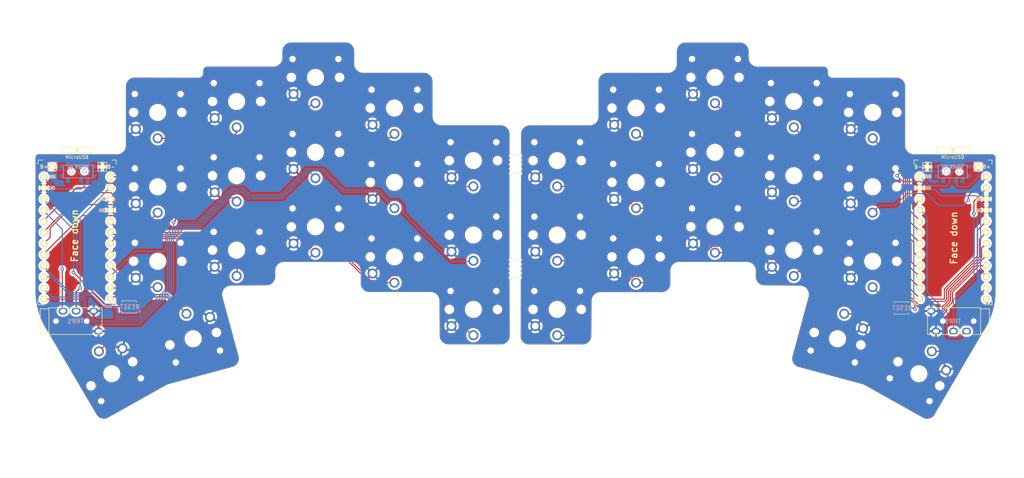
<source format=kicad_pcb>
(kicad_pcb (version 20241229) (generator "pcbnew") (generator_version "9.0")
  (layers (0 "F.Cu" signal) (2 "B.Cu" signal) (13 "F.Paste" user) (15 "B.Paste" user) (5 "F.SilkS" user "F.Silkscreen") (7 "B.SilkS" user "B.Silkscreen") (1 "F.Mask" user) (3 "B.Mask" user) (25 "Edge.Cuts" user))
  (net 0 "")
  (net 1 "BT+")
  (net 2 "gnd")
  (net 3 "vcc")
  (net 4 "Switch18")
  (net 5 "reset")
  (net 6 "Switch1")
  (net 7 "Switch2")
  (net 8 "Switch3")
  (net 9 "Switch4")
  (net 10 "Switch5")
  (net 11 "Switch6")
  (net 12 "Switch7")
  (net 13 "Switch8")
  (net 14 "Switch9")
  (net 15 "Switch10")
  (net 16 "Switch11")
  (net 17 "Switch12")
  (net 18 "Switch13")
  (net 19 "Switch14")
  (net 20 "Switch15")
  (net 21 "Switch16")
  (net 22 "Switch17")
  (net 23 "Net-(SW_POWER1-Pad1)")
  (net 24 "raw")
  (net 25 "BT+_r")
  (net 26 "Switch18_r")
  (net 27 "reset_r")
  (net 28 "Switch9_r")
  (net 29 "Switch10_r")
  (net 30 "Switch11_r")
  (net 31 "Switch12_r")
  (net 32 "Switch13_r")
  (net 33 "Switch14_r")
  (net 34 "Switch15_r")
  (net 35 "Switch16_r")
  (net 36 "Switch17_r")
  (net 37 "Switch1_r")
  (net 38 "Switch2_r")
  (net 39 "Switch3_r")
  (net 40 "Switch4_r")
  (net 41 "Switch5_r")
  (net 42 "Switch6_r")
  (net 43 "Switch7_r")
  (net 44 "Switch8_r")
  (net 45 "Net-(SW_POWERR1-Pad1)")
  (footprint "kbd:ProMicro_v3_min" (layer "F.Cu") (at 230.178 67.564)
    (property "Reference" "U1" (hide yes))
    (property "Value" "ProMicro-kbd" (hide yes))
  )
  (footprint "Kailh:TRRS-PJ-320A" (layer "F.Cu") (at 236.474 86.052 -90)
    (property "Reference" "J2")
    (property "Value" "AudioJack4dpb" (hide yes))
  )
  (footprint "* duckyb-collection:choc-v1-with-millmax" (layer "F.Cu") (at 175.856 64.516)
    (property "Reference" "SW16" (hide yes))
    (property "Value" "SW_Push" (hide yes))
  )
  (footprint "* duckyb-collection:choc-v1-with-millmax" (layer "F.Cu") (at 222.386 98.082 150)
    (property "Reference" "SW20" (hide yes))
    (property "Value" "SW_Push" (hide yes))
  )
  (footprint "* duckyb-collection:choc-v1-with-millmax" (layer "F.Cu") (at 157.856 71.374)
    (property "Reference" "SW15" (hide yes))
    (property "Value" "SW_Push" (hide yes))
  )
  (footprint "* duckyb-collection:choc-v1-with-millmax" (layer "F.Cu") (at 203.826 90.082 165)
    (property "Reference" "SW21" (hide yes))
    (property "Value" "SW_Push" (hide yes))
  )
  (footprint "* duckyb-collection:choc-v1-with-millmax" (layer "F.Cu") (at 193.856 69.85)
    (property "Reference" "SW17" (hide yes))
    (property "Value" "SW_Push" (hide yes))
  )
  (footprint "* duckyb-collection:choc-v1-with-millmax" (layer "F.Cu") (at 211.836 72.39)
    (property "Reference" "SW18" (hide yes))
    (property "Value" "SW_Push" (hide yes))
  )
  (footprint "* duckyb-collection:choc-v1-with-millmax" (layer "F.Cu") (at 175.856 30.382)
    (property "Reference" "SW4" (hide yes))
    (property "Value" "SW_Push" (hide yes))
  )
  (footprint "* duckyb-collection:choc-v1-with-millmax" (layer "F.Cu") (at 157.856 37.382)
    (property "Reference" "SW3" (hide yes))
    (property "Value" "SW_Push" (hide yes))
  )
  (footprint "* duckyb-collection:choc-v1-with-millmax" (layer "F.Cu") (at 157.856 54.356)
    (property "Reference" "SW9" (hide yes))
    (property "Value" "SW_Push" (hide yes))
  )
  (footprint "* duckyb-collection:choc-v1-with-millmax" (layer "F.Cu") (at 139.856 83.382)
    (property "Reference" "SW14" (hide yes))
    (property "Value" "SW_Push" (hide yes))
  )
  (footprint "* duckyb-collection:choc-v1-with-millmax" (layer "F.Cu") (at 211.836 55.372)
    (property "Reference" "SW12" (hide yes))
    (property "Value" "SW_Push" (hide yes))
  )
  (footprint "* duckyb-collection:choc-v1-with-millmax" (layer "F.Cu") (at 193.856 52.832)
    (property "Reference" "SW11" (hide yes))
    (property "Value" "SW_Push" (hide yes))
  )
  (footprint "* duckyb-collection:choc-v1-with-millmax" (layer "F.Cu") (at 139.856 66.382)
    (property "Reference" "SW8" (hide yes))
    (property "Value" "SW_Push" (hide yes))
  )
  (footprint "* duckyb-collection:choc-v1-with-millmax" (layer "F.Cu") (at 211.856 38.382)
    (property "Reference" "SW6" (hide yes))
    (property "Value" "SW_Push" (hide yes))
  )
  (footprint "* duckyb-collection:choc-v1-with-millmax" (layer "F.Cu") (at 193.856 35.882)
    (property "Reference" "SW5" (hide yes))
    (property "Value" "SW_Push" (hide yes))
  )
  (footprint "* duckyb-collection:choc-v1-with-millmax" (layer "F.Cu") (at 139.856 49.382)
    (property "Reference" "SW2" (hide yes))
    (property "Value" "SW_Push" (hide yes))
  )
  (footprint "Duckyb-Parts:mouse-bite-5mm-slot-with-space-for-track" (layer "F.Cu") (at 130.285481 74.092748)
    (property "Reference" "mouse-bite-2mm-slot" (hide yes))
    (property "Value" "VAL**" (hide yes))
  )
  (footprint "kbd:SW_SPST_B3U-1000P" (layer "F.Cu") (at 218.44 83.058)
    (property "Reference" "RSW1" (hide yes))
    (property "Value" "SW_Push")
  )
  (footprint "* duckyb-collection:choc-v1-with-millmax" (layer "F.Cu") (at 175.856 47.498)
    (property "Reference" "SW10" (hide yes))
    (property "Value" "SW_Push" (hide yes))
  )
  (footprint "kbd:1pin_conn" (layer "F.Cu") (at 235.966 50.8)
    (property "Reference" "B+")
    (property "Value" "MountingHole_Pad" (hide yes))
  )
  (footprint "kbd:1pin_conn" (layer "F.Cu") (at 224.282 50.8)
    (property "Reference" "B-")
    (property "Value" "MountingHole_Pad" (hide yes))
  )
  (footprint "kbd:ProMicro_v3_min" (layer "F.Cu") (at 30.326 67.564)
    (property "Reference" "U2" (hide yes))
    (property "Value" "ProMicro-kbd" (hide yes))
  )
  (footprint "Kailh:TRRS-PJ-320A" (layer "F.Cu") (at 23.876 86.052 90)
    (property "Reference" "J1")
    (property "Value" "AudioJack4dpb" (hide yes))
  )
  (footprint "* duckyb-collection:choc-v1-with-millmax" (layer "F.Cu") (at 48.686 72.39)
    (property "Reference" "SW17_r1" (hide yes))
    (property "Value" "SW_Push" (hide yes))
  )
  (footprint "* duckyb-collection:choc-v1-with-millmax" (layer "F.Cu") (at 66.7 52.832)
    (property "Reference" "SW11_r1" (hide yes))
    (property "Value" "SW_Push" (hide yes))
  )
  (footprint "* duckyb-collection:choc-v1-with-millmax" (layer "F.Cu") (at 84.688 64.516)
    (property "Reference" "SW15_r1" (hide yes))
    (property "Value" "SW_Push" (hide yes))
  )
  (footprint "* duckyb-collection:choc-v1-with-millmax" (layer "F.Cu") (at 102.714 71.374)
    (property "Reference" "SW18_r1" (hide yes))
    (property "Value" "SW_Push" (hide yes))
  )
  (footprint "* duckyb-collection:choc-v1-with-millmax" (layer "F.Cu") (at 48.686 38.382)
    (property "Reference" "SW6_r1" (hide yes))
    (property "Value" "SW_Push" (hide yes))
  )
  (footprint "* duckyb-collection:choc-v1-with-millmax" (layer "F.Cu") (at 66.7 35.882)
    (property "Reference" "SW5_r1" (hide yes))
    (property "Value" "SW_Push" (hide yes))
  )
  (footprint "* duckyb-collection:choc-v1-with-millmax" (layer "F.Cu") (at 120.732 49.382)
    (property "Reference" "SW2_r1" (hide yes))
    (property "Value" "SW_Push" (hide yes))
  )
  (footprint "* duckyb-collection:choc-v1-with-millmax" (layer "F.Cu") (at 66.7 69.85)
    (property "Reference" "SW16_r1" (hide yes))
    (property "Value" "SW_Push" (hide yes))
  )
  (footprint "* duckyb-collection:choc-v1-with-millmax" (layer "F.Cu") (at 84.688 30.382)
    (property "Reference" "SW4_r1" (hide yes))
    (property "Value" "SW_Push" (hide yes))
  )
  (footprint "* duckyb-collection:choc-v1-with-millmax" (layer "F.Cu") (at 120.732 83.382)
    (property "Reference" "SW13_r1" (hide yes))
    (property "Value" "SW_Push" (hide yes))
  )
  (footprint "* duckyb-collection:choc-v1-with-millmax" (layer "F.Cu") (at 48.686 55.372)
    (property "Reference" "SW12_r1" (hide yes))
    (property "Value" "SW_Push" (hide yes))
  )
  (footprint "* duckyb-collection:choc-v1-with-millmax" (layer "F.Cu") (at 102.714 37.382)
    (property "Reference" "SW3_r1" (hide yes))
    (property "Value" "SW_Push" (hide yes))
  )
  (footprint "* duckyb-collection:choc-v1-with-millmax" (layer "F.Cu") (at 102.714 54.356)
    (property "Reference" "SW8_r1" (hide yes))
    (property "Value" "SW_Push" (hide yes))
  )
  (footprint "* duckyb-collection:choc-v1-with-millmax" (layer "F.Cu") (at 56.778 90.082 -165)
    (property "Reference" "SW21_r1" (hide yes))
    (property "Value" "SW_Push" (hide yes))
  )
  (footprint "* duckyb-collection:choc-v1-with-millmax" (layer "F.Cu") (at 84.688 47.498)
    (property "Reference" "SW9_r1" (hide yes))
    (property "Value" "SW_Push" (hide yes))
  )
  (footprint "* duckyb-collection:choc-v1-with-millmax" (layer "F.Cu") (at 38.218 98.082 -150)
    (property "Reference" "SW20_r1" (hide yes))
    (property "Value" "SW_Push" (hide yes))
  )
  (footprint "* duckyb-collection:choc-v1-with-millmax" (layer "F.Cu") (at 120.732 66.382)
    (property "Reference" "SW7_r1" (hide yes))
    (property "Value" "SW_Push" (hide yes))
  )
  (footprint "kbd:1pin_conn" (layer "F.Cu") (at 36.068 50.8)
    (property "Reference" "B-")
    (property "Value" "MountingHole_Pad" (hide yes))
  )
  (footprint "kbd:1pin_conn" (layer "F.Cu") (at 24.638 50.8)
    (property "Reference" "B+")
    (property "Value" "MountingHole_Pad" (hide yes))
  )
  (footprint "kbd:SW_SPST_B3U-1000P" (layer "F.Cu") (at 42.164 82.804)
    (property "Reference" "RSW2" (hide yes))
    (property "Value" "SW_Push")
  )
  (footprint "Duckyb-Parts:mouse-bite-5mm-slot-with-space-for-track" (layer "F.Cu") (at 130.353938 50.266)
    (property "Reference" "mouse-bite-2mm-slot" (hide yes))
    (property "Value" "VAL**" (hide yes))
  )
  (footprint "Kailh:SPDT_C128955" (layer "B.Cu") (at 230.124 51.816 180)
    (property "Reference" "POWER SW")
    (property "Value" "SW_SPDT")
  )
  (footprint "Kailh:SPDT_C128955" (layer "B.Cu") (at 30.48 51.816 180)
    (property "Reference" "POWER SW")
    (property "Value" "SW_SPDT")
  )
  (gr_line (start 143.775453 89.282) (end 143.724897 77.154637) (stroke (width 0.2)) (layer "F.Cu") (net 16))
  (gr_line (start 143.724897 77.154637) (end 156 77.154637) (stroke (width 0.2)) (layer "F.Cu") (net 16))
  (gr_line (start 156 77.154637) (end 157.248964 75.808489) (stroke (width 0.2)) (layer "F.Cu") (net 16))
  (gr_rect (start 27.178 50.419) (end 33.909 53.34) (stroke (width 0.12)) (fill no) (layer "B.SilkS"))
  (gr_rect (start 226.822 50.419) (end 233.426 53.34) (stroke (width 0.12)) (fill no) (layer "B.SilkS"))
  (gr_line (start 165.109592 29.334733) (end 151.257943 29.324974) (stroke (width 0.05)) (layer "Edge.Cuts"))
  (gr_line (start 112.975231 81.419697) (end 112.975304 81.419697) (stroke (width 0.05)) (layer "Edge.Cuts"))
  (gr_line (start 194.944973 96.54021) (end 209.526828 100.471456) (stroke (width 0.05)) (layer "Edge.Cuts"))
  (gr_line (start 113.024771 89.389687) (end 113.024696 89.389687) (stroke (width 0.05)) (layer "Edge.Cuts"))
  (gr_line (start 147.269148 41.323538) (end 147.269148 41.323573) (stroke (width 0.05)) (layer "Edge.Cuts"))
  (gr_arc (start 147.661516 89.405686) (mid 147.072034 90.811211) (end 145.663367 91.393249) (stroke (width 0.05)) (layer "Edge.Cuts"))
  (gr_line (start 129.371047 52.759427) (end 128.981545 52.759427) (stroke (width 0.05)) (layer "Edge.Cuts"))
  (gr_line (start 131.593545 47.679427) (end 131.276042 47.679427) (stroke (width 0.05)) (layer "Edge.Cuts"))
  (gr_line (start 39.416897 47.922307) (end 21.525487 47.919682) (stroke (width 0.05)) (layer "Edge.Cuts"))
  (gr_line (start 128.981545 52.759427) (end 128.981545 71.555427) (stroke (width 0.05)) (layer "Edge.Cuts"))
  (gr_arc (start 149.269746 31.324992) (mid 149.856037 29.910293) (end 151.257943 29.324974) (stroke (width 0.05)) (layer "Edge.Cuts"))
  (gr_line (start 181.5623 22.406366) (end 169.120452 22.406366) (stroke (width 0.05)) (layer "Edge.Cuts"))
  (gr_line (start 111.416466 31.309093) (end 111.416466 39.322558) (stroke (width 0.05)) (layer "Edge.Cuts"))
  (gr_line (start 131.593545 71.555427) (end 131.276043 71.555427) (stroke (width 0.05)) (layer "Edge.Cuts"))
  (gr_arc (start 221.269393 47.938197) (mid 219.855152 47.352778) (end 219.268956 45.922628) (stroke (width 0.05)) (layer "Edge.Cuts"))
  (gr_line (start 239.904746 65.807573) (end 239.916746 73.173573) (stroke (width 0.05)) (layer "Edge.Cuts"))
  (gr_arc (start 77.125791 25.886403) (mid 76.54078 27.302369) (end 75.125479 27.888886) (stroke (width 0.05)) (layer "Edge.Cuts"))
  (gr_arc (start 133.124069 91.404692) (mid 132 90.76729) (end 131.499805 89.652371) (stroke (width 0.05)) (layer "Edge.Cuts"))
  (gr_line (start 200.63939 27.901603) (end 185.560921 27.904776) (stroke (width 0.05)) (layer "Edge.Cuts"))
  (gr_line (start 77.125791 25.886403) (end 77.123858 24.393081) (stroke (width 0.05)) (layer "Edge.Cuts"))
  (gr_arc (start 131.602069 43.320572) (mid 132.201058 41.891765) (end 133.565308 41.319106) (stroke (width 0.05)) (layer "Edge.Cuts"))
  (gr_line (start 113.4166 41.307683) (end 126.9999 41.307683) (stroke (width 0.05)) (layer "Edge.Cuts"))
  (gr_line (start 65.3879 77.96475) (end 65.3879 77.964703) (stroke (width 0.05)) (layer "Edge.Cuts"))
  (gr_arc (start 149.269746 39.323692) (mid 148.683969 40.737815) (end 147.269148 41.323538) (stroke (width 0.05)) (layer "Edge.Cuts"))
  (gr_line (start 167.706114 72.560408) (end 183.1535 72.560408) (stroke (width 0.05)) (layer "Edge.Cuts"))
  (gr_line (start 59.043552 29.437179) (end 59.046664 28.880106) (stroke (width 0.05)) (layer "Edge.Cuts"))
  (gr_arc (start 75.540655 75.870644) (mid 74.966234 77.285482) (end 73.552314 77.882649) (stroke (width 0.05)) (layer "Edge.Cuts"))
  (gr_line (start 217.25844 30.409002) (end 202.64513 30.447438) (stroke (width 0.05)) (layer "Edge.Cuts"))
  (gr_arc (start 202.64513 30.447438) (mid 201.938402 30.157466) (end 201.64266 29.453027) (stroke (width 0.05)) (layer "Edge.Cuts"))
  (gr_line (start 128.999873 43.331054) (end 128.981545 47.679427) (stroke (width 0.05)) (layer "Edge.Cuts"))
  (gr_line (start 128.981545 76.635427) (end 129.037746 89.552688) (stroke (width 0.05)) (layer "Edge.Cuts"))
  (gr_line (start 201.64266 29.453027) (end 201.639509 28.888935) (stroke (width 0.05)) (layer "Edge.Cuts"))
  (gr_line (start 20.781466 48.669692) (end 20.781466 65.791683) (stroke (width 0.05)) (layer "Edge.Cuts"))
  (gr_line (start 197.208832 80.502655) (end 197.20891 80.502676) (stroke (width 0.05)) (layer "Edge.Cuts"))
  (gr_line (start 131.602069 43.320572) (end 131.593545 47.679427) (stroke (width 0.05)) (layer "Edge.Cuts"))
  (gr_line (start 209.989109 100.66065) (end 223.427928 108.195016) (stroke (width 0.05)) (layer "Edge.Cuts"))
  (gr_arc (start 217.25844 30.409002) (mid 218.675759 30.992631) (end 219.263657 32.408211) (stroke (width 0.05)) (layer "Edge.Cuts"))
  (gr_arc (start 41.422555 32.392268) (mid 42.010473 30.976732) (end 43.42776 30.393112) (stroke (width 0.05)) (layer "Edge.Cuts"))
  (gr_arc (start 37.258056 108.179254) (mid 35.987486 108.326641) (end 34.746118 107.456355) (stroke (width 0.05)) (layer "Edge.Cuts"))
  (gr_line (start 239.904719 48.685592) (end 239.904746 48.685592) (stroke (width 0.05)) (layer "Edge.Cuts"))
  (gr_line (start 167.136118 24.4015) (end 167.128931 27.339684) (stroke (width 0.05)) (layer "Edge.Cuts"))
  (gr_line (start 60.046858 27.885713) (end 75.125479 27.888886) (stroke (width 0.05)) (layer "Edge.Cuts"))
  (gr_line (start 93.550114 24.3936) (end 93.557312 27.336174) (stroke (width 0.05)) (layer "Edge.Cuts"))
  (gr_line (start 165.700814 77.442345) (end 165.69298 74.565939) (stroke (width 0.05)) (layer "Edge.Cuts"))
  (gr_arc (start 167.128931 27.339684) (mid 166.540939 28.751229) (end 165.109592 29.334733) (stroke (width 0.05)) (layer "Edge.Cuts"))
  (gr_arc (start 200.63939 27.901603) (mid 201.344638 28.192438) (end 201.639509 28.888935) (stroke (width 0.05)) (layer "Edge.Cuts"))
  (gr_arc (start 63.47731 80.486814) (mid 63.81374 78.75696) (end 65.3879 77.96475) (stroke (width 0.05)) (layer "Edge.Cuts"))
  (gr_line (start 239.916746 73.173573) (end 239.904747 79.311205) (stroke (width 0.05)) (layer "Edge.Cuts"))
  (gr_arc (start 91.5501 22.390476) (mid 92.962589 22.974533) (end 93.550114 24.3936) (stroke (width 0.05)) (layer "Edge.Cuts"))
  (gr_line (start 197.20891 80.502676) (end 193.534889 94.086908) (stroke (width 0.05)) (layer "Edge.Cuts"))
  (gr_arc (start 115.022889 91.377359) (mid 113.614229 90.795293) (end 113.024771 89.389687) (stroke (width 0.05)) (layer "Edge.Cuts"))
  (gr_arc (start 131.276042 47.679427) (mid 130.323545 48.3243) (end 129.370957 47.679427) (stroke (width 0.05)) (layer "Edge.Cuts"))
  (gr_arc (start 187.125401 77.898454) (mid 185.719987 77.301362) (end 185.145557 75.886507) (stroke (width 0.05)) (layer "Edge.Cuts"))
  (gr_line (start 127.001968 91.388804) (end 115.022889 91.377359) (stroke (width 0.05)) (layer "Edge.Cuts"))
  (gr_line (start 239.904746 48.685592) (end 239.904746 65.807573) (stroke (width 0.05)) (layer "Edge.Cuts"))
  (gr_line (start 131.530045 76.635427) (end 131.275953 76.635427) (stroke (width 0.05)) (layer "Edge.Cuts"))
  (gr_arc (start 129.371047 52.759427) (mid 130.323545 52.114554) (end 131.275952 52.759427) (stroke (width 0.05)) (layer "Edge.Cuts"))
  (gr_line (start 92.9933 72.544518) (end 77.522903 72.544518) (stroke (width 0.05)) (layer "Edge.Cuts"))
  (gr_line (start 221.269393 47.938197) (end 239.15459 47.935573) (stroke (width 0.05)) (layer "Edge.Cuts"))
  (gr_arc (start 96.9855 79.432023) (mid 95.569277 78.844279) (end 94.985423 77.41728) (stroke (width 0.05)) (layer "Edge.Cuts"))
  (gr_line (start 219.268956 45.922628) (end 219.263657 32.408211) (stroke (width 0.05)) (layer "Edge.Cuts"))
  (gr_line (start 95.558809 29.318856) (end 109.415091 29.309093) (stroke (width 0.05)) (layer "Edge.Cuts"))
  (gr_arc (start 50.70186 100.642093) (mid 50.924761 100.534679) (end 51.159279 100.455595) (stroke (width 0.05)) (layer "Edge.Cuts"))
  (gr_arc (start 113.4166 41.307683) (mid 112.002278 40.721884) (end 111.416466 39.322558) (stroke (width 0.05)) (layer "Edge.Cuts"))
  (gr_line (start 131.530045 76.635427) (end 131.499805 89.652371) (stroke (width 0.05)) (layer "Edge.Cuts"))
  (gr_line (start 131.593545 52.759427) (end 131.275952 52.759427) (stroke (width 0.05)) (layer "Edge.Cuts"))
  (gr_line (start 183.562324 24.408981) (end 183.562354 24.408981) (stroke (width 0.05)) (layer "Edge.Cuts"))
  (gr_arc (start 195.298398 77.980594) (mid 196.872489 78.772849) (end 197.208832 80.502655) (stroke (width 0.05)) (layer "Edge.Cuts"))
  (gr_arc (start 126.9999 41.307683) (mid 128.414777 41.894074) (end 128.999873 43.331054) (stroke (width 0.05)) (layer "Edge.Cuts"))
  (gr_arc (start 23.712686 88.639787) (mid 21.238553 83.05688) (end 20.781465 79.29496) (stroke (width 0.05)) (layer "Edge.Cuts"))
  (gr_arc (start 59.046664 28.880106) (mid 59.341589 28.176564) (end 60.046858 27.885713) (stroke (width 0.05)) (layer "Edge.Cuts"))
  (gr_line (start 73.552314 77.882649) (end 65.3879 77.964703) (stroke (width 0.05)) (layer "Edge.Cuts"))
  (gr_line (start 110.9753 79.432023) (end 96.9855 79.432023) (stroke (width 0.05)) (layer "Edge.Cuts"))
  (gr_line (start 94.985423 77.41728) (end 94.993232 74.549965) (stroke (width 0.05)) (layer "Edge.Cuts"))
  (gr_line (start 50.70186 100.642093) (end 37.258056 108.179254) (stroke (width 0.05)) (layer "Edge.Cuts"))
  (gr_line (start 183.560421 25.902103) (end 183.562354 24.408981) (stroke (width 0.05)) (layer "Edge.Cuts"))
  (gr_line (start 129.371059 76.635427) (end 128.981545 76.635427) (stroke (width 0.05)) (layer "Edge.Cuts"))
  (gr_arc (start 239.904747 79.311205) (mid 239.447663 83.072771) (end 236.973724 88.655337) (stroke (width 0.05)) (layer "Edge.Cuts"))
  (gr_line (start 20.781466 65.791683) (end 20.769466 73.157683) (stroke (width 0.05)) (layer "Edge.Cuts"))
  (gr_line (start 236.973724 88.655337) (end 225.939769 107.472799) (stroke (width 0.05)) (layer "Edge.Cuts"))
  (gr_line (start 63.47731 80.486814) (end 67.15132 94.071005) (stroke (width 0.05)) (layer "Edge.Cuts"))
  (gr_line (start 131.593545 52.759427) (end 131.593545 71.555427) (stroke (width 0.05)) (layer "Edge.Cuts"))
  (gr_line (start 23.712686 88.639787) (end 34.746118 107.456355) (stroke (width 0.05)) (layer "Edge.Cuts"))
  (gr_arc (start 95.558809 29.318856) (mid 94.14532 28.735285) (end 93.557312 27.336174) (stroke (width 0.05)) (layer "Edge.Cuts"))
  (gr_line (start 79.134483 22.390476) (end 91.5501 22.390476) (stroke (width 0.05)) (layer "Edge.Cuts"))
  (gr_line (start 149.269746 31.324992) (end 149.269746 39.323692) (stroke (width 0.05)) (layer "Edge.Cuts"))
  (gr_arc (start 194.944973 96.54021) (mid 193.73155 95.605756) (end 193.534902 94.086911) (stroke (width 0.05)) (layer "Edge.Cuts"))
  (gr_arc (start 165.69298 74.565939) (mid 166.276833 73.148137) (end 167.706114 72.560408) (stroke (width 0.05)) (layer "Edge.Cuts"))
  (gr_line (start 20.769466 73.157683) (end 20.781465 79.29496) (stroke (width 0.05)) (layer "Edge.Cuts"))
  (gr_line (start 129.370957 47.679427) (end 128.981545 47.679427) (stroke (width 0.05)) (layer "Edge.Cuts"))
  (gr_arc (start 209.526828 100.471456) (mid 209.761448 100.550574) (end 209.989109 100.66065) (stroke (width 0.05)) (layer "Edge.Cuts"))
  (gr_line (start 147.269148 41.323573) (end 133.565308 41.319106) (stroke (width 0.05)) (layer "Edge.Cuts"))
  (gr_arc (start 75.532739 74.55654) (mid 76.114227 73.134554) (end 77.522903 72.544518) (stroke (width 0.05)) (layer "Edge.Cuts"))
  (gr_arc (start 129.371059 76.635427) (mid 130.323545 75.990554) (end 131.275953 76.635427) (stroke (width 0.05)) (layer "Edge.Cuts"))
  (gr_arc (start 129.037746 89.552688) (mid 128.387428 90.87979) (end 127.001968 91.388804) (stroke (width 0.05)) (layer "Edge.Cuts"))
  (gr_line (start 129.370958 71.555427) (end 128.981545 71.555427) (stroke (width 0.05)) (layer "Edge.Cuts"))
  (gr_line (start 187.125401 77.898454) (end 195.298398 77.980594) (stroke (width 0.05)) (layer "Edge.Cuts"))
  (gr_arc (start 77.123858 24.393081) (mid 77.708731 22.977173) (end 79.134483 22.390476) (stroke (width 0.05)) (layer "Edge.Cuts"))
  (gr_line (start 147.661516 89.405686) (end 147.710908 81.435498) (stroke (width 0.05)) (layer "Edge.Cuts"))
  (gr_arc (start 41.41725 45.923036) (mid 40.831075 47.336874) (end 39.416897 47.922302) (stroke (width 0.05)) (layer "Edge.Cuts"))
  (gr_line (start 185.153473 74.572456) (end 185.145557 75.886507) (stroke (width 0.05)) (layer "Edge.Cuts"))
  (gr_arc (start 225.939769 107.472799) (mid 224.698735 108.342593) (end 223.427928 108.195016) (stroke (width 0.05)) (layer "Edge.Cuts"))
  (gr_arc (start 167.136118 24.4015) (mid 167.723639 22.990445) (end 169.120452 22.406366) (stroke (width 0.05)) (layer "Edge.Cuts"))
  (gr_line (start 65.735437 96.525884) (end 51.159279 100.455595) (stroke (width 0.05)) (layer "Edge.Cuts"))
  (gr_arc (start 165.700814 77.442345) (mid 165.116923 78.860164) (end 163.7007 79.447913) (stroke (width 0.05)) (layer "Edge.Cuts"))
  (gr_arc (start 185.560921 27.904776) (mid 184.145462 27.318199) (end 183.560421 25.902103) (stroke (width 0.05)) (layer "Edge.Cuts"))
  (gr_arc (start 147.710908 81.435498) (mid 148.301036 80.0293) (end 149.71087 79.447913) (stroke (width 0.05)) (layer "Edge.Cuts"))
  (gr_arc (start 20.781466 48.669692) (mid 21.001137 48.139347) (end 21.525487 47.919682) (stroke (width 0.05)) (layer "Edge.Cuts"))
  (gr_arc (start 109.415091 29.309093) (mid 110.830203 29.894369) (end 111.416466 31.309093) (stroke (width 0.05)) (layer "Edge.Cuts"))
  (gr_arc (start 67.15132 94.071005) (mid 66.954668 95.589869) (end 65.735437 96.525884) (stroke (width 0.05)) (layer "Edge.Cuts"))
  (gr_arc (start 110.9753 79.432023) (mid 112.385129 80.013451) (end 112.975231 81.419697) (stroke (width 0.05)) (layer "Edge.Cuts"))
  (gr_line (start 133.124069 91.404692) (end 145.663367 91.393249) (stroke (width 0.05)) (layer "Edge.Cuts"))
  (gr_line (start 43.42776 30.393112) (end 58.044969 30.431559) (stroke (width 0.05)) (layer "Edge.Cuts"))
  (gr_line (start 113.024696 89.389687) (end 112.975304 81.419697) (stroke (width 0.05)) (layer "Edge.Cuts"))
  (gr_arc (start 181.5623 22.406366) (mid 182.977458 22.993086) (end 183.562324 24.408981) (stroke (width 0.05)) (layer "Edge.Cuts"))
  (gr_line (start 193.534902 94.086911) (end 193.534889 94.086908) (stroke (width 0.05)) (layer "Edge.Cuts"))
  (gr_line (start 39.416897 47.922302) (end 39.416897 47.922307) (stroke (width 0.05)) (layer "Edge.Cuts"))
  (gr_arc (start 92.9933 72.544518) (mid 94.409408 73.132212) (end 94.993232 74.549965) (stroke (width 0.05)) (layer "Edge.Cuts"))
  (gr_line (start 41.41725 45.923036) (end 41.422555 32.392268) (stroke (width 0.05)) (layer "Edge.Cuts"))
  (gr_arc (start 131.276043 71.555427) (mid 130.323545 72.2003) (end 129.370958 71.555427) (stroke (width 0.05)) (layer "Edge.Cuts"))
  (gr_arc (start 59.043552 29.437179) (mid 58.747776 30.141572) (end 58.044969 30.431559) (stroke (width 0.05)) (layer "Edge.Cuts"))
  (gr_line (start 75.532739 74.55654) (end 75.540655 75.870644) (stroke (width 0.05)) (layer "Edge.Cuts"))
  (gr_arc (start 239.15459 47.935573) (mid 239.685053 48.155258) (end 239.904719 48.685592) (stroke (width 0.05)) (layer "Edge.Cuts"))
  (gr_line (start 149.71087 79.447913) (end 163.7007 79.447913) (stroke (width 0.05)) (layer "Edge.Cuts"))
  (gr_arc (start 183.1535 72.560408) (mid 184.571964 73.150465) (end 185.153473 74.572456) (stroke (width 0.05)) (layer "Edge.Cuts"))
  (gr_text "Face down" (at 230.378 67.056 90) (layer "F.SilkS") (effects (font (size 1.5 1.5) (thickness 0.3))))
  (gr_text "Face down" (at 29.718 66.548 90) (layer "F.SilkS") (effects (font (size 1.5 1.5) (thickness 0.3))))
  (segment (start 25.360999 51.522999) (end 28.051999 51.522999) (width 0.25) (layer "B.Cu") (net 1))
  (segment (start 24.638 50.8) (end 25.360999 51.522999) (width 0.25) (layer "B.Cu") (net 1))
  (segment (start 29.046501 50.890501) (end 29.373499 50.890501) (width 0.25) (layer "B.Cu") (net 1))
  (segment (start 28.738499 50.836499) (end 28.992499 50.836499) (width 0.25) (layer "B.Cu") (net 1))
  (segment (start 31.23 52.747002) (end 31.23 53.891) (width 0.25) (layer "B.Cu") (net 1))
  (segment (start 28.051999 51.522999) (end 28.738499 50.836499) (width 0.25) (layer "B.Cu") (net 1))
  (segment (start 29.373499 50.890501) (end 31.23 52.747002) (width 0.25) (layer "B.Cu") (net 1))
  (segment (start 28.992499 50.836499) (end 29.046501 50.890501) (width 0.25) (layer "B.Cu") (net 1))
  (segment (start 224.8576 85.65317) (end 225.174 85.33677) (width 0.25) (layer "F.Cu") (net 2))
  (segment (start 225.174 85.33677) (end 225.174 83.552) (width 0.25) (layer "F.Cu") (net 2))
  (segment (start 216.74 83.058) (end 216.74 84.758) (width 0.25) (layer "F.Cu") (net 2))
  (segment (start 216.74 85.54477) (end 216.8484 85.65317) (width 0.25) (layer "F.Cu") (net 2))
  (segment (start 216.8484 85.65317) (end 224.8576 85.65317) (width 0.25) (layer "F.Cu") (net 2))
  (segment (start 216.74 84.758) (end 216.74 85.54477) (width 0.25) (layer "F.Cu") (net 2))
  (segment (start 40.40601 82.74601) (end 40.464 82.804) (width 0.25) (layer "F.Cu") (net 2))
  (segment (start 34.076 83.552) (end 37.80201 83.552) (width 0.25) (layer "F.Cu") (net 2))
  (segment (start 37.80201 83.552) (end 38.608 82.74601) (width 0.25) (layer "F.Cu") (net 2))
  (segment (start 38.608 82.74601) (end 40.40601 82.74601) (width 0.25) (layer "F.Cu") (net 2))
  (segment (start 213.159159 42.182) (end 206.856 42.182) (width 0.25) (layer "B.Cu") (net 2))
  (segment (start 221.777159 50.8) (end 213.159159 42.182) (width 0.25) (layer "B.Cu") (net 2))
  (segment (start 226.254 88.332) (end 226.274 88.352) (width 0.25) (layer "B.Cu") (net 2))
  (segment (start 226.244 88.322) (end 226.274 88.352) (width 0.25) (layer "B.Cu") (net 2))
  (segment (start 224.282 50.8) (end 221.777159 50.8) (width 0.25) (layer "B.Cu") (net 2))
  (segment (start 26.924 83.4) (end 27.076 83.552) (width 0.25) (layer "F.Cu") (net 3))
  (segment (start 26.924 74.168) (end 26.924 83.4) (width 0.25) (layer "F.Cu") (net 3))
  (via (at 26.924 74.168) (size 0.8) (drill 0.4) (layers "F.Cu" "B.Cu") (net 3))
  (segment (start 233.254 88.332) (end 233.274 88.352) (width 0.25) (layer "B.Cu") (net 3))
  (segment (start 26.924 65.1126) (end 26.924 74.168) (width 0.25) (layer "B.Cu") (net 3))
  (segment (start 22.5174 60.706) (end 26.924 65.1126) (width 0.25) (layer "B.Cu") (net 3))
  (segment (start 224.282 62.2186) (end 224.282 79.502) (width 0.25) (layer "B.Cu") (net 3))
  (segment (start 229.108 89.662) (end 231.764 89.662) (width 0.25) (layer "B.Cu") (net 3))
  (segment (start 222.7694 60.706) (end 224.282 62.2186) (width 0.25) (layer "B.Cu") (net 3))
  (segment (start 231.764 89.662) (end 233.274 88.152) (width 0.25) (layer "B.Cu") (net 3))
  (segment (start 228.854 84.074) (end 228.854 89.408) (width 0.25) (layer "B.Cu") (net 3))
  (segment (start 228.854 89.408) (end 229.108 89.662) (width 0.25) (layer "B.Cu") (net 3))
  (segment (start 224.282 79.502) (end 228.854 84.074) (width 0.25) (layer "B.Cu") (net 3))
  (segment (start 237.9894 55.626) (end 234.95 58.6654) (width 0.25) (layer "F.Cu") (net 4))
  (segment (start 234.95 58.6654) (end 234.95 61.468) (width 0.25) (layer "F.Cu") (net 4))
  (via (at 234.95 61.468) (size 0.8) (drill 0.4) (layers "F.Cu" "B.Cu") (net 4))
  (segment (start 230.274 81.13) (end 234.95 76.454) (width 0.25) (layer "B.Cu") (net 4))
  (segment (start 230.274 88.152) (end 230.274 81.13) (width 0.25) (layer "B.Cu") (net 4))
  (segment (start 234.95 76.454) (end 234.95 61.468) (width 0.25) (layer "B.Cu") (net 4))
  (segment (start 220.14 83.058) (end 221.234 83.058) (width 0.25) (layer "F.Cu") (net 5))
  (segment (start 221.234 83.058) (end 221.488 83.312) (width 0.25) (layer "F.Cu") (net 5))
  (via (at 221.488 83.312) (size 0.8) (drill 0.4) (layers "F.Cu" "B.Cu") (net 5))
  (segment (start 221.488 82.55) (end 221.234 82.296) (width 0.25) (layer "B.Cu") (net 5))
  (segment (start 221.488 83.312) (end 221.488 82.55) (width 0.25) (layer "B.Cu") (net 5))
  (segment (start 221.234 59.7014) (end 221.234 82.296) (width 0.25) (layer "B.Cu") (net 5))
  (segment (start 222.7694 58.166) (end 221.234 59.7014) (width 0.25) (layer "B.Cu") (net 5))
  (segment (start 217.678 50.292) (end 218.41796 51.03196) (width 0.25) (layer "F.Cu") (net 6))
  (segment (start 155.956 44.958) (end 162.814 44.958) (width 0.25) (layer "F.Cu") (net 6))
  (segment (start 205.994 50.292) (end 217.678 50.292) (width 0.25) (layer "F.Cu") (net 6))
  (segment (start 218.41796 51.03196) (end 218.41796 51.83804) (width 0.25) (layer "F.Cu") (net 6))
  (segment (start 199.84001 47.69401) (end 202.946 50.8) (width 0.25) (layer "F.Cu") (net 6))
  (segment (start 167.057719 43.732009) (end 169.641728 41.148) (width 0.25) (layer "F.Cu") (net 6))
  (segment (start 164.03999 43.73201) (end 167.057719 43.732009) (width 0.25) (layer "F.Cu") (net 6))
  (segment (start 162.814 44.958) (end 164.03999 43.73201) (width 0.25) (layer "F.Cu") (net 6))
  (segment (start 183.38518 41.148) (end 188.6032 46.36602) (width 0.25) (layer "F.Cu") (net 6))
  (segment (start 202.946 50.8) (end 205.486 50.8) (width 0.25) (layer "F.Cu") (net 6))
  (segment (start 196.53079 46.36602) (end 197.85878 47.69401) (width 0.25) (layer "F.Cu") (net 6))
  (segment (start 197.85878 47.69401) (end 199.84001 47.69401) (width 0.25) (layer "F.Cu") (net 6))
  (segment (start 188.6032 46.36602) (end 196.53079 46.36602) (width 0.25) (layer "F.Cu") (net 6))
  (segment (start 218.41796 51.83804) (end 217.424 52.832) (width 0.25) (layer "F.Cu") (net 6))
  (segment (start 205.486 50.8) (end 205.994 50.292) (width 0.25) (layer "F.Cu") (net 6))
  (segment (start 169.641728 41.148) (end 183.38518 41.148) (width 0.25) (layer "F.Cu") (net 6))
  (segment (start 139.856 55.282) (end 145.632 55.282) (width 0.25) (layer "F.Cu") (net 6))
  (segment (start 145.632 55.282) (end 155.956 44.958) (width 0.25) (layer "F.Cu") (net 6))
  (via (at 217.424 52.832) (size 0.8) (drill 0.4) (layers "F.Cu" "B.Cu") (net 6))
  (segment (start 237.9894 75.946) (end 236.4697 74.4263) (width 0.25) (layer "B.Cu") (net 6))
  (segment (start 236.4697 58.4243) (end 235.4451 57.3997) (width 0.25) (layer "B.Cu") (net 6))
  (segment (start 236.4697 74.4263) (end 236.4697 58.4243) (width 0.25) (layer "B.Cu") (net 6))
  (segment (start 224.711081 55.958919) (end 222.925163 54.173001) (width 0.25) (layer "B.Cu") (net 6))
  (segment (start 218.765001 54.173001) (end 217.424 52.832) (width 0.25) (layer "B.Cu") (net 6))
  (segment (start 235.4451 57.3997) (end 227.5797 57.3997) (width 0.25) (layer "B.Cu") (net 6))
  (segment (start 227.5797 57.3997) (end 226.138919 55.958919) (width 0.25) (layer "B.Cu") (net 6))
  (segment (start 226.138919 55.958919) (end 224.711081 55.958919) (width 0.25) (layer "B.Cu") (net 6))
  (segment (start 222.925163 54.173001) (end 218.765001 54.173001) (width 0.25) (layer "B.Cu") (net 6))
  (segment (start 203.07441 50.292) (end 205.35759 50.292) (width 0.25) (layer "F.Cu") (net 7))
  (segment (start 205.933189 49.716401) (end 218.243991 49.716401) (width 0.25) (layer "F.Cu") (net 7))
  (segment (start 218.86797 50.34038) (end 218.86797 65.70597) (width 0.25) (layer "F.Cu") (net 7))
  (segment (start 200.026411 47.244001) (end 203.07441 50.292) (width 0.25) (layer "F.Cu") (net 7))
  (segment (start 159.234991 44.172991) (end 162.962599 44.172991) (width 0.25) (layer "F.Cu") (net 7))
  (segment (start 163.853591 43.282001) (end 166.871317 43.282001) (width 0.25) (layer "F.Cu") (net 7))
  (segment (start 157.856 43.282) (end 158.344 43.282) (width 0.25) (layer "F.Cu") (net 7))
  (segment (start 169.513318 40.64) (end 183.51359 40.64) (width 0.25) (layer "F.Cu") (net 7))
  (segment (start 205.35759 50.292) (end 205.933189 49.716401) (width 0.25) (layer "F.Cu") (net 7))
  (segment (start 166.871317 43.282001) (end 169.513318 40.64) (width 0.25) (layer "F.Cu") (net 7))
  (segment (start 162.962599 44.172991) (end 163.853591 43.282001) (width 0.25) (layer "F.Cu") (net 7))
  (segment (start 158.344 43.282) (end 159.234991 44.172991) (width 0.25) (layer "F.Cu") (net 7))
  (segment (start 218.243991 49.716401) (end 218.86797 50.34038) (width 0.25) (layer "F.Cu") (net 7))
  (segment (start 221.234 70.358) (end 221.742 70.866) (width 0.25) (layer "F.Cu") (net 7))
  (segment (start 218.86797 65.70597) (end 221.234 68.072) (width 0.25) (layer "F.Cu") (net 7))
  (segment (start 221.234 68.072) (end 221.234 70.358) (width 0.25) (layer "F.Cu") (net 7))
  (segment (start 221.742 70.866) (end 222.5694 70.866) (width 0.25) (layer "F.Cu") (net 7))
  (segment (start 198.55318 47.244) (end 200.026411 47.244001) (width 0.25) (layer "F.Cu") (net 7))
  (segment (start 198.46359 47.15441) (end 198.55318 47.244) (width 0.25) (layer "F.Cu") (net 7))
  (segment (start 196.71719 45.91601) (end 197.95559 47.15441) (width 0.25) (layer "F.Cu") (net 7))
  (segment (start 183.51359 40.64) (end 188.7896 45.91601) (width 0.25) (layer "F.Cu") (net 7))
  (segment (start 188.7896 45.91601) (end 196.71719 45.91601) (width 0.25) (layer "F.Cu") (net 7))
  (segment (start 197.95559 47.15441) (end 198.46359 47.15441) (width 0.25) (layer "F.Cu") (net 7))
  (segment (start 219.31798 64.87458) (end 222.7694 68.326) (width 0.25) (layer "F.Cu") (net 8))
  (segment (start 188.976 45.466) (end 196.90359 45.466) (width 0.25) (layer "F.Cu") (net 8))
  (segment (start 179.76399 40.18999) (end 183.69999 40.18999) (width 0.25) (layer "F.Cu") (net 8))
  (segment (start 198.1156 46.67801) (end 200.20999 46.67801) (width 0.25) (layer "F.Cu") (net 8))
  (segment (start 218.430392 49.266392) (end 219.31798 50.15398) (width 0.25) (layer "F.Cu") (net 8))
  (segment (start 183.69999 40.18999) (end 188.976 45.466) (width 0.25) (layer "F.Cu") (net 8))
  (segment (start 205.17119 49.84199) (end 205.746788 49.266392) (width 0.25) (layer "F.Cu") (net 8))
  (segment (start 219.31798 50.15398) (end 219.31798 64.87458) (width 0.25) (layer "F.Cu") (net 8))
  (segment (start 196.90359 45.466) (end 198.1156 46.67801) (width 0.25) (layer "F.Cu") (net 8))
  (segment (start 175.856 36.282) (end 179.76399 40.18999) (width 0.25) (layer "F.Cu") (net 8))
  (segment (start 205.746788 49.266392) (end 218.430392 49.266392) (width 0.25) (layer "F.Cu") (net 8))
  (segment (start 203.26081 49.84199) (end 205.17119 49.84199) (width 0.25) (layer "F.Cu") (net 8))
  (segment (start 200.20999 46.67801) (end 200.20999 46.79117) (width 0.25) (layer "F.Cu") (net 8))
  (segment (start 200.20999 46.79117) (end 203.26081 49.84199) (width 0.25) (layer "F.Cu") (net 8))
  (segment (start 193.856 41.782) (end 198.302 46.228) (width 0.25) (layer "F.Cu") (net 9))
  (segment (start 219.76799 49.84199) (end 219.76799 62.78459) (width 0.25) (layer "F.Cu") (net 9))
  (segment (start 203.44721 49.39198) (end 204.98479 49.39198) (width 0.25) (layer "F.Cu") (net 9))
  (segment (start 205.560388 48.816382) (end 218.742382 48.816382) (width 0.25) (layer "F.Cu") (net 9))
  (segment (start 218.742382 48.816382) (end 219.76799 49.84199) (width 0.25) (layer "F.Cu") (net 9))
  (segment (start 200.66 46.49161) (end 200.66 46.60477) (width 0.25) (layer "F.Cu") (net 9))
  (segment (start 200.396391 46.228001) (end 200.66 46.49161) (width 0.25) (layer "F.Cu") (net 9))
  (segment (start 204.98479 49.39198) (end 205.560388 48.816382) (width 0.25) (layer "F.Cu") (net 9))
  (segment (start 219.76799 62.78459) (end 222.7694 65.786) (width 0.25) (layer "F.Cu") (net 9))
  (segment (start 198.302 46.228) (end 200.396391 46.228001) (width 0.25) (layer "F.Cu") (net 9))
  (segment (start 200.66 46.60477) (end 203.44721 49.39198) (width 0.25) (layer "F.Cu") (net 9))
  (segment (start 220.218 49.276) (end 220.218 60.6946) (width 0.25) (layer "F.Cu") (net 10))
  (segment (start 211.856 44.282) (end 215.940372 48.366372) (width 0.25) (layer "F.Cu") (net 10))
  (segment (start 215.940372 48.366372) (end 219.308372 48.366372) (width 0.25) (layer "F.Cu") (net 10))
  (segment (start 220.218 60.6946) (end 222.7694 63.246) (width 0.25) (layer "F.Cu") (net 10))
  (segment (start 219.308372 48.366372) (end 220.218 49.276) (width 0.25) (layer "F.Cu") (net 10))
  (segment (start 189.93401 58.98599) (end 192.659 56.261) (width 0.25) (layer "F.Cu") (net 11))
  (segment (start 220.61002 68.08443) (end 220.61002 72.52802) (width 0.25) (layer "F.Cu") (net 11))
  (segment (start 206.363981 65.139981) (end 217.665571 65.139981) (width 0.25) (layer "F.Cu") (net 11))
  (segment (start 157.226 58.674) (end 159.004 58.674) (width 0.25) (layer "F.Cu") (net 11))
  (segment (start 197.485 56.261) (end 206.363981 65.139981) (width 0.25) (layer "F.Cu") (net 11))
  (segment (start 166.12701 59.80599) (end 174.625 51.308) (width 0.25) (layer "F.Cu") (net 11))
  (segment (start 180.097546 54.621546) (end 180.097546 56.399546) (width 0.25) (layer "F.Cu") (net 11))
  (segment (start 159.004 58.674) (end 160.13599 59.80599) (width 0.25) (layer "F.Cu") (net 11))
  (segment (start 160.13599 59.80599) (end 166.12701 59.80599) (width 0.25) (layer "F.Cu") (net 11))
  (segment (start 176.784 51.308) (end 180.097546 54.621546) (width 0.25) (layer "F.Cu") (net 11))
  (segment (start 174.625 51.308) (end 176.784 51.308) (width 0.25) (layer "F.Cu") (net 11))
  (segment (start 180.097546 56.399546) (end 182.68399 58.98599) (width 0.25) (layer "F.Cu") (net 11))
  (segment (start 143.618 72.282) (end 157.226 58.674) (width 0.25) (layer "F.Cu") (net 11))
  (segment (start 217.665571 65.139981) (end 220.61002 68.08443) (width 0.25) (layer "F.Cu") (net 11))
  (segment (start 192.659 56.261) (end 197.485 56.261) (width 0.25) (layer "F.Cu") (net 11))
  (segment (start 220.61002 72.52802) (end 221.488 73.406) (width 0.25) (layer "F.Cu") (net 11))
  (segment (start 221.488 73.406) (end 222.5694 73.406) (width 0.25) (layer "F.Cu") (net 11))
  (segment (start 139.856 72.282) (end 143.618 72.282) (width 0.25) (layer "F.Cu") (net 11))
  (segment (start 182.68399 58.98599) (end 189.93401 58.98599) (width 0.25) (layer "F.Cu") (net 11))
  (segment (start 197.298802 56.71052) (end 206.178273 65.589991) (width 0.25) (layer "F.Cu") (net 12))
  (segment (start 166.312718 60.256) (end 174.752718 51.816) (width 0.25) (layer "F.Cu") (net 12))
  (segment (start 220.16001 68.27083) (end 220.16001 73.53661) (width 0.25) (layer "F.Cu") (net 12))
  (segment (start 179.648026 56.641616) (end 182.44241 59.436) (width 0.25) (layer "F.Cu") (net 12))
  (segment (start 179.648026 54.807744) (end 179.648026 56.641616) (width 0.25) (layer "F.Cu") (net 12))
  (segment (start 176.656282 51.816) (end 179.648026 54.807744) (width 0.25) (layer "F.Cu") (net 12))
  (segment (start 182.44241 59.436) (end 190.119718 59.436) (width 0.25) (layer "F.Cu") (net 12))
  (segment (start 220.16001 73.53661) (end 222.5694 75.946) (width 0.25) (layer "F.Cu") (net 12))
  (segment (start 206.178273 65.589991) (end 217.479171 65.589991) (width 0.25) (layer "F.Cu") (net 12))
  (segment (start 174.752718 51.816) (end 176.656282 51.816) (width 0.25) (layer "F.Cu") (net 12))
  (segment (start 192.845198 56.71052) (end 197.298802 56.71052) (width 0.25) (layer "F.Cu") (net 12))
  (segment (start 157.856 60.256) (end 166.312718 60.256) (width 0.25) (layer "F.Cu") (net 12))
  (segment (start 190.119718 59.436) (end 192.845198 56.71052) (width 0.25) (layer "F.Cu") (net 12))
  (segment (start 217.479171 65.589991) (end 220.16001 68.27083) (width 0.25) (layer "F.Cu") (net 12))
  (segment (start 205.992564 66.04) (end 217.29277 66.04) (width 0.25) (layer "F.Cu") (net 13))
  (segment (start 175.768 53.398) (end 177.116272 53.398) (width 0.25) (layer "F.Cu") (net 13))
  (segment (start 219.644385 68.639975) (end 219.71 68.70559) (width 0.25) (layer "F.Cu") (net 13))
  (segment (start 219.71 75.6266) (end 222.5694 78.486) (width 0.25) (layer "F.Cu") (net 13))
  (segment (start 193.082619 57.16004) (end 197.112604 57.16004) (width 0.25) (layer "F.Cu") (net 13))
  (segment (start 219.71 68.70559) (end 219.71 75.6266) (width 0.25) (layer "F.Cu") (net 13))
  (segment (start 179.12799 55.409718) (end 179.12799 56.75799) (width 0.25) (layer "F.Cu") (net 13))
  (segment (start 190.169658 60.073001) (end 193.082619 57.16004) (width 0.25) (layer "F.Cu") (net 13))
  (segment (start 179.12799 56.75799) (end 182.443001 60.073001) (width 0.25) (layer "F.Cu") (net 13))
  (segment (start 182.443001 60.073001) (end 190.169658 60.073001) (width 0.25) (layer "F.Cu") (net 13))
  (segment (start 177.116272 53.398) (end 179.12799 55.409718) (width 0.25) (layer "F.Cu") (net 13))
  (segment (start 217.29277 66.04) (end 219.644385 68.391615) (width 0.25) (layer "F.Cu") (net 13))
  (segment (start 197.112604 57.16004) (end 205.992564 66.04) (width 0.25) (layer "F.Cu") (net 13))
  (segment (start 219.644385 68.391615) (end 219.644385 68.639975) (width 0.25) (layer "F.Cu") (net 13))
  (segment (start 217.106572 66.48952) (end 219.194865 68.577813) (width 0.25) (layer "F.Cu") (net 14))
  (segment (start 196.129831 57.841009) (end 197.157855 57.841009) (width 0.25) (layer "F.Cu") (net 14))
  (segment (start 195.23884 58.732) (end 196.129831 57.841009) (width 0.25) (layer "F.Cu") (net 14))
  (segment (start 219.202 68.833308) (end 219.202 77.4586) (width 0.25) (layer "F.Cu") (net 14))
  (segment (start 205.806367 66.48952) (end 217.106572 66.48952) (width 0.25) (layer "F.Cu") (net 14))
  (segment (start 197.157855 57.841009) (end 205.806367 66.48952) (width 0.25) (layer "F.Cu") (net 14))
  (segment (start 219.194865 68.826173) (end 219.202 68.833308) (width 0.25) (layer "F.Cu") (net 14))
  (segment (start 193.802 58.732) (end 195.23884 58.732) (width 0.25) (layer "F.Cu") (net 14))
  (segment (start 219.194865 68.577813) (end 219.194865 68.826173) (width 0.25) (layer "F.Cu") (net 14))
  (segment (start 219.202 77.4586) (end 222.7694 81.026) (width 0.25) (layer "F.Cu") (net 14))
  (segment (start 237.9894 53.086) (end 233.68 57.3954) (width 0.25) (layer "F.Cu") (net 15))
  (segment (start 233.68 57.3954) (end 233.68 58.42) (width 0.25) (layer "F.Cu") (net 15))
  (via (at 233.68 58.42) (size 0.8) (drill 0.4) (layers "F.Cu" "B.Cu") (net 15))
  (segment (start 232.481001 59.618999) (end 233.68 58.42) (width 0.25) (layer "B.Cu") (net 15))
  (segment (start 211.836 61.272) (end 213.489001 59.618999) (width 0.25) (layer "B.Cu") (net 15))
  (segment (start 219.71 56.896) (end 224.170002 56.896) (width 0.25) (layer "B.Cu") (net 15))
  (segment (start 216.987001 59.618999) (end 219.71 56.896) (width 0.25) (layer "B.Cu") (net 15))
  (segment (start 226.893001 59.618999) (end 232.481001 59.618999) (width 0.25) (layer "B.Cu") (net 15))
  (segment (start 224.170002 56.896) (end 226.893001 59.618999) (width 0.25) (layer "B.Cu") (net 15))
  (segment (start 213.489001 59.618999) (end 216.987001 59.618999) (width 0.25) (layer "B.Cu") (net 15))
  (segment (start 215.646 79.502) (end 216.916 80.772) (width 0.25) (layer "F.Cu") (net 16))
  (segment (start 175.109908 68.453) (end 184.912 68.453) (width 0.25) (layer "F.Cu") (net 16))
  (segment (start 206.70903 78.91397) (end 210.439 75.184) (width 0.25) (layer "F.Cu") (net 16))
  (segment (start 222.25 82.296) (end 223.366176 82.296) (width 0.25) (layer "F.Cu") (net 16))
  (segment (start 166.889546 70.854454) (end 172.708454 70.854454) (width 0.25) (layer "F.Cu") (net 16))
  (segment (start 210.439 75.184) (end 213.741 75.184) (width 0.25) (layer "F.Cu") (net 16))
  (segment (start 220.726 80.772) (end 222.25 82.296) (width 0.25) (layer "F.Cu") (net 16))
  (segment (start 216.916 80.772) (end 220.726 80.772) (width 0.25) (layer "F.Cu") (net 16))
  (segment (start 190.5 73.025) (end 202.05982 73.025) (width 0.25) (layer "F.Cu") (net 16))
  (segment (start 202.05982 73.025) (end 203.14201 74.10719) (width 0.25) (layer "F.Cu") (net 16))
  (segment (start 172.708454 70.854454) (end 175.109908 68.453) (width 0.25) (layer "F.Cu") (net 16))
  (segment (start 203.14201 74.10719) (end 203.14201 77.7916) (width 0.25) (layer "F.Cu") (net 16))
  (segment (start 235.802379 71.124571) (end 235.802379 65.233021) (width 0.25) (layer "F.Cu") (net 16))
  (segment (start 161.935511 75.808489) (end 166.889546 70.854454) (width 0.25) (layer "F.Cu") (net 16))
  (segment (start 139.856 89.282) (end 143.775453 89.282) (width 0.25) (layer "F.Cu") (net 16))
  (segment (start 203.14201 77.7916) (end 204.26438 78.91397) (width 0.25) (layer "F.Cu") (net 16))
  (segment (start 215.646 77.089) (end 215.646 79.502) (width 0.25) (layer "F.Cu") (net 16))
  (segment (start 189.484 72.009) (end 190.5 73.025) (width 0.25) (layer "F.Cu") (net 16))
  (segment (start 235.802379 65.233021) (end 237.7894 63.246) (width 0.25) (layer "F.Cu") (net 16))
  (segment (start 213.741 75.184) (end 215.646 77.089) (width 0.25) (layer "F.Cu") (net 16))
  (segment (start 224.636176 81.026) (end 228.21759 81.026) (width 0.25) (layer "F.Cu") (net 16))
  (segment (start 228.21759 78.70936) (end 235.802379 71.124571) (width 0.25) (layer "F.Cu") (net 16))
  (segment (start 188.468 72.009) (end 189.484 72.009) (width 0.25) (layer "F.Cu") (net 16))
  (segment (start 223.366176 82.296) (end 224.636176 81.026) (width 0.25) (layer "F.Cu") (net 16))
  (segment (start 204.26438 78.91397) (end 206.70903 78.91397) (width 0.25) (layer "F.Cu") (net 16))
  (segment (start 228.21759 81.026) (end 228.21759 78.70936) (width 0.25) (layer "F.Cu") (net 16))
  (segment (start 184.912 68.453) (end 188.468 72.009) (width 0.25) (layer "F.Cu") (net 16))
  (segment (start 157.248964 75.808489) (end 161.935511 75.808489) (width 0.25) (layer "F.Cu") (net 16))
  (segment (start 228.706875 78.856485) (end 229.090067 78.473293) (width 0.25) (layer "F.Cu") (net 17))
  (segment (start 222.108883 82.791293) (end 223.507293 82.791293) (width 0.25) (layer "F.Cu") (net 17))
  (segment (start 188.214 75.565) (end 190.754 75.565) (width 0.25) (layer "F.Cu") (net 17))
  (segment (start 213.554802 75.63352) (end 215.19648 77.275198) (width 0.25) (layer "F.Cu") (net 17))
  (segment (start 223.507293 82.791293) (end 224.764586 81.534) (width 0.25) (layer "F.Cu") (net 17))
  (segment (start 202.496002 77.782002) (end 204.07798 79.36398) (width 0.25) (layer "F.Cu") (net 17))
  (segment (start 229.090067 78.473293) (end 229.109287 78.473293) (width 0.25) (layer "F.Cu") (net 17))
  (segment (start 184.784649 71.375059) (end 184.784649 72.135649) (width 0.25) (layer "F.Cu") (net 17))
  (segment (start 204.07798 79.36398) (end 206.894738 79.36398) (width 0.25) (layer "F.Cu") (net 17))
  (segment (start 215.19648 77.275198) (end 215.19648 79.74125) (width 0.25) (layer "F.Cu") (net 17))
  (segment (start 172.894854 71.304464) (end 175.248829 68.950489) (width 0.25) (layer "F.Cu") (net 17))
  (segment (start 210.625198 75.63352) (end 213.554802 75.63352) (width 0.25) (layer "F.Cu") (net 17))
  (segment (start 229.109287 78.473293) (end 236.252389 71.330191) (width 0.25) (layer "F.Cu") (net 17))
  (segment (start 175.248829 68.950489) (end 182.360079 68.950489) (width 0.25) (layer "F.Cu") (net 17))
  (segment (start 192.84448 73.47452) (end 201.87293 73.47452) (width 0.25) (layer "F.Cu") (net 17))
  (segment (start 216.698615 81.243385) (end 220.560975 81.243385) (width 0.25) (layer "F.Cu") (net 17))
  (segment (start 228.346 81.534) (end 228.706875 81.173125) (width 0.25) (layer "F.Cu") (net 17))
  (segment (start 236.252389 71.330191) (end 236.252389 67.323011) (width 0.25) (layer "F.Cu") (net 17))
  (segment (start 167.075946 71.304464) (end 172.894854 71.304464) (width 0.25) (layer "F.Cu") (net 17))
  (segment (start 224.764586 81.534) (end 228.346 81.534) (width 0.25) (layer "F.Cu") (net 17))
  (segment (start 220.560975 81.243385) (end 222.108883 82.791293) (width 0.25) (layer "F.Cu") (net 17))
  (segment (start 161.10641 77.274) (end 167.075946 71.304464) (width 0.25) (layer "F.Cu") (net 17))
  (segment (start 201.87293 73.47452) (end 202.496002 74.097592) (width 0.25) (layer "F.Cu") (net 17))
  (segment (start 236.252389 67.323011) (end 237.7894 65.786) (width 0.25) (layer "F.Cu") (net 17))
  (segment (start 228.706875 81.173125) (end 228.706875 78.856485) (width 0.25) (layer "F.Cu") (net 17))
  (segment (start 182.360079 68.950489) (end 184.784649 71.375059) (width 0.25) (layer "F.Cu") (net 17))
  (segment (start 215.19648 79.74125) (end 216.698615 81.243385) (width 0.25) (layer "F.Cu") (net 17))
  (segment (start 157.856 77.274) (end 161.10641 77.274) (width 0.25) (layer "F.Cu") (net 17))
  (segment (start 206.894738 79.36398) (end 210.625198 75.63352) (width 0.25) (layer "F.Cu") (net 17))
  (segment (start 190.754 75.565) (end 192.84448 73.47452) (width 0.25) (layer "F.Cu") (net 17))
  (segment (start 202.496002 74.480002) (end 202.496002 77.782002) (width 0.25) (layer "F.Cu") (net 17))
  (segment (start 184.784649 72.135649) (end 188.214 75.565) (width 0.25) (layer "F.Cu") (net 17))
  (segment (start 202.496002 74.097592) (end 202.496002 74.480002) (width 0.25) (layer "F.Cu") (net 17))
  (segment (start 237.7894 68.326) (end 236.702399 69.413001) (width 0.25) (layer "F.Cu") (net 18))
  (segment (start 227.83121 82.6852) (end 227.83121 83.31597) (width 0.25) (layer "F.Cu") (net 18))
  (segment (start 236.702399 71.516591) (end 229.176105 79.042885) (width 0.25) (layer "F.Cu") (net 18))
  (segment (start 236.702399 69.413001) (end 236.702399 71.516591) (width 0.25) (layer "F.Cu") (net 18))
  (segment (start 229.156885 79.042885) (end 229.156884 81.359526) (width 0.25) (layer "F.Cu") (net 18))
  (segment (start 229.156884 81.359526) (end 227.83121 82.6852) (width 0.25) (layer "F.Cu") (net 18))
  (segment (start 229.176105 79.042885) (end 229.156885 79.042885) (width 0.25) (layer "F.Cu") (net 18))
  (segment (start 227.83121 83.31597) (end 225.67759 85.46959) (width 0.25) (layer "F.Cu") (net 18))
  (segment (start 203.76599 79.81399) (end 202.045992 78.093992) (width 0.25) (layer "F.Cu") (net 18))
  (segment (start 193.030678 73.92404) (end 190.940197 76.01452) (width 0.25) (layer "F.Cu") (net 18))
  (segment (start 225.044 86.10318) (end 219.96682 86.10318) (width 0.25) (layer "F.Cu") (net 18))
  (segment (start 201.686732 73.92404) (end 193.030678 73.92404) (width 0.25) (layer "F.Cu") (net 18))
  (segment (start 190.940197 76.01452) (end 187.909018 76.01452) (width 0.25) (layer "F.Cu") (net 18))
  (segment (start 215.58801 80.76919) (end 214.74696 79.92814) (width 0.25) (layer "F.Cu") (net 18))
  (segment (start 202.045992 74.2833) (end 201.686732 73.92404) (width 0.25) (layer "F.Cu") (net 18))
  (segment (start 187.909018 76.01452) (end 184.33464 72.440142) (width 0.25) (layer "F.Cu") (net 18))
  (segment (start 184.334639 71.812639) (end 182.938 70.416) (width 0.25) (layer "F.Cu") (net 18))
  (segment (start 215.58801 85.02919) (end 215.58801 80.76919) (width 0.25) (layer "F.Cu") (net 18))
  (segment (start 210.811396 76.08304) (end 207.080446 79.81399) (width 0.25) (layer "F.Cu") (net 18))
  (segment (start 214.74696 79.92814) (end 214.74696 77.461396) (width 0.25) (layer "F.Cu") (net 18))
  (segment (start 207.080446 79.81399) (end 203.76599 79.81399) (width 0.25) (layer "F.Cu") (net 18))
  (segment (start 184.33464 72.440142) (end 184.334639 71.812639) (width 0.25) (layer "F.Cu") (net 18))
  (segment (start 202.045992 78.093992) (end 202.045992 74.2833) (width 0.25) (layer "F.Cu") (net 18))
  (segment (start 219.71 86.36) (end 216.91882 86.36) (width 0.25) (layer "F.Cu") (net 18))
  (segment (start 216.91882 86.36) (end 215.58801 85.02919) (width 0.25) (layer "F.Cu") (net 18))
  (segment (start 225.67759 85.46959) (end 225.044 86.10318) (width 0.25) (layer "F.Cu") (net 18))
  (segment (start 213.368604 76.08304) (end 210.811396 76.08304) (width 0.25) (layer "F.Cu") (net 18))
  (segment (start 219.96682 86.10318) (end 219.71 86.36) (width 0.25) (layer "F.Cu") (net 18))
  (segment (start 214.74696 77.461396) (end 213.368604 76.08304) (width 0.25) (layer "F.Cu") (net 18))
  (segment (start 182.938 70.416) (end 175.768 70.416) (width 0.25) (layer "F.Cu") (net 18))
  (segment (start 229.606893 81.545927) (end 229.606893 81.289107) (width 0.25) (layer "F.Cu") (net 19))
  (segment (start 229.606893 81.289107) (end 229.606895 81.289105) (width 0.25) (layer "F.Cu") (net 19))
  (segment (start 229.606895 79.248505) (end 229.606895 81.289105) (width 0.25) (layer "F.Cu") (net 19))
  (segment (start 229.606895 79.248505) (end 229.606893 81.545927) (width 0.25) (layer "F.Cu") (net 19))
  (segment (start 237.9894 70.866) (end 229.606895 79.248505) (width 0.25) (layer "F.Cu") (net 19))
  (segment (start 225.2304 86.55319) (end 228.28122 83.50237) (width 0.25) (layer "F.Cu") (net 19))
  (segment (start 215.138 85.21559) (end 216.79041 86.868) (width 0.25) (layer "F.Cu") (net 19))
  (segment (start 201.480001 78.173999) (end 203.570002 80.264) (width 0.25) (layer "F.Cu") (net 19))
  (segment (start 220.27881 86.55319) (end 225.2304 86.55319) (width 0.25) (layer "F.Cu") (net 19))
  (segment (start 194.817999 74.734001) (end 201.480001 74.734001) (width 0.25) (layer "F.Cu") (net 19))
  (segment (start 203.570002 80.264) (end 207.266153 80.264) (width 0.25) (layer "F.Cu") (net 19))
  (segment (start 216.79041 86.868) (end 219.964 86.868) (width 0.25) (layer "F.Cu") (net 19))
  (segment (start 213.182406 76.53256) (end 214.249 77.599154) (width 0.25) (layer "F.Cu") (net 19))
  (segment (start 193.802 75.75) (end 194.817999 74.734001) (width 0.25) (layer "F.Cu") (net 19))
  (segment (start 207.266153 80.264) (end 210.997594 76.53256) (width 0.25) (layer "F.Cu") (net 19))
  (segment (start 214.249 80.06659) (end 215.138 80.95559) (width 0.25) (layer "F.Cu") (net 19))
  (segment (start 214.249 77.599154) (end 214.249 80.06659) (width 0.25) (layer "F.Cu") (net 19))
  (segment (start 201.480001 74.734001) (end 201.480001 78.173999) (width 0.25) (layer "F.Cu") (net 19))
  (segment (start 210.997594 76.53256) (end 213.182406 76.53256) (width 0.25) (layer "F.Cu") (net 19))
  (segment (start 215.138 80.95559) (end 215.138 85.21559) (width 0.25) (layer "F.Cu") (net 19))
  (segment (start 219.964 86.868) (end 220.27881 86.55319) (width 0.25) (layer "F.Cu") (net 19))
  (segment (start 228.28122 82.8716) (end 229.606893 81.545927) (width 0.25) (layer "F.Cu") (net 19))
  (segment (start 228.28122 83.50237) (end 228.28122 82.8716) (width 0.25) (layer "F.Cu") (net 19))
  (segment (start 237.9894 73.406) (end 236.08581 73.406) (width 0.25) (layer "F.Cu") (net 20))
  (segment (start 236.08581 73.406) (end 233.104905 76.386905) (width 0.25) (layer "F.Cu") (net 20))
  (segment (start 228.73123 83.058) (end 228.73123 83.69723) (width 0.25) (layer "F.Cu") (net 20))
  (segment (start 233.104905 76.386905) (end 230.056905 79.434905) (width 0.25) (layer "F.Cu") (net 20))
  (segment (start 228.73123 83.69723) (end 225.94146 86.487) (width 0.25) (layer "F.Cu") (net 20))
  (segment (start 230.056902 81.732328) (end 228.73123 83.058) (width 0.25) (layer "F.Cu") (net 20))
  (segment (start 220.09241 87.376) (end 216.662 87.376) (width 0.25) (layer "F.Cu") (net 20))
  (segment (start 216.662 87.376) (end 214.68848 85.40248) (width 0.25) (layer "F.Cu") (net 20))
  (segment (start 214.68848 85.40248) (end 214.68848 81.14248) (width 0.25) (layer "F.Cu") (net 20))
  (segment (start 230.056905 81.601095) (end 230.056902 81.732328) (width 0.25) (layer "F.Cu") (net 20))
  (segment (start 225.94146 86.487) (end 225.933 86.487) (width 0.25) (layer "F.Cu") (net 20))
  (segment (start 220.465211 87.003199) (end 220.09241 87.376) (width 0.25) (layer "F.Cu") (net 20))
  (segment (start 230.056905 79.434905) (end 230.056905 81.601095) (width 0.25) (layer "F.Cu") (net 20))
  (segment (start 225.933 86.487) (end 225.416801 87.003199) (width 0.25) (layer "F.Cu") (net 20))
  (segment (start 214.68848 81.14248) (end 211.836 78.29) (width 0.25) (layer "F.Cu") (net 20))
  (segment (start 225.416801 87.003199) (end 220.465211 87.003199) (width 0.25) (layer "F.Cu") (net 20))
  (segment (start 237.7894 78.486) (end 235.966 80.3094) (width 0.25) (layer "F.Cu") (net 21))
  (segment (start 235.966 80.3094) (end 235.966 85.598) (width 0.25) (layer "F.Cu") (net 21))
  (segment (start 226.187 91.313) (end 228.662795 93.788795) (width 0.25) (layer "F.Cu") (net 21))
  (segment (start 228.662795 93.788795) (end 230.186795 93.788795) (width 0.25) (layer "F.Cu") (net 21))
  (segment (start 221.234 87.884) (end 224.663 91.313) (width 0.25) (layer "F.Cu") (net 21))
  (segment (start 230.186795 93.788795) (end 235.966 88.00959) (width 0.25) (layer "F.Cu") (net 21))
  (segment (start 216.408 87.884) (end 221.234 87.884) (width 0.25) (layer "F.Cu") (net 21))
  (segment (start 212.907038 84.383038) (end 216.408 87.884) (width 0.25) (layer "F.Cu") (net 21))
  (segment (start 205.353032 84.383038) (end 212.907038 84.383038) (width 0.25) (layer "F.Cu") (net 21))
  (segment (start 235.966 88.00959) (end 235.966 85.598) (width 0.25) (layer "F.Cu") (net 21))
  (segment (start 224.663 91.313) (end 226.187 91.313) (width 0.25) (layer "F.Cu") (net 21))
  (segment (start 228.520549 94.313451) (end 230.298549 94.313451) (width 0.25) (layer "F.Cu") (net 22))
  (segment (start 237.9894 84.0826) (end 237.9894 81.026) (width 0.25) (layer "F.Cu") (net 22))
  (segment (start 236.474 85.598) (end 237.9894 84.0826) (width 0.25) (layer "F.Cu") (net 22))
  (segment (start 225.336 92.97245) (end 227.08445 92.97245) (width 0.25) (layer "F.Cu") (net 22))
  (segment (start 228.425451 94.313451) (end 228.520549 94.313451) (width 0.25) (layer "F.Cu") (net 22))
  (segment (start 236.474 88.138) (end 236.474 85.598) (width 0.25) (layer "F.Cu") (net 22))
  (segment (start 227.08445 92.97245) (end 228.425451 94.313451) (width 0.25) (layer "F.Cu") (net 22))
  (segment (start 230.298549 94.313451) (end 236.474 88.138) (width 0.25) (layer "F.Cu") (net 22))
  (segment (start 232.664 51.634998) (end 232.020001 50.990999) (width 0.25) (layer "B.Cu") (net 24))
  (segment (start 229.374499 54.597501) (end 228.854 55.118) (width 0.25) (layer "B.Cu") (net 24))
  (segment (start 232.020001 50.990999) (end 231.227999 50.990999) (width 0.25) (layer "B.Cu") (net 24))
  (segment (start 232.664 53.601) (end 232.664 51.634998) (width 0.25) (layer "B.Cu") (net 24))
  (segment (start 229.374499 52.844499) (end 229.374499 54.597501) (width 0.25) (layer "B.Cu") (net 24))
  (segment (start 226.568 55.118) (end 224.8014 55.118) (width 0.25) (layer "B.Cu") (net 24))
  (segment (start 224.8014 55.118) (end 222.7694 53.086) (width 0.25) (layer "B.Cu") (net 24))
  (segment (start 232.374 53.891) (end 232.664 53.601) (width 0.25) (layer "B.Cu") (net 24))
  (segment (start 231.227999 50.990999) (end 229.374499 52.844499) (width 0.25) (layer "B.Cu") (net 24))
  (segment (start 228.854 55.118) (end 226.568 55.118) (width 0.25) (layer "B.Cu") (net 24))
  (segment (start 22.5174 53.086) (end 24.3397 54.9083) (width 0.25) (layer "B.Cu") (net 24))
  (segment (start 25.3114 55.88) (end 26.924 55.88) (width 0.25) (layer "B.Cu") (net 24))
  (segment (start 32.73 54.392) (end 32.73 53.891) (width 0.25) (layer "B.Cu") (net 24))
  (segment (start 31.242 55.88) (end 32.73 54.392) (width 0.25) (layer "B.Cu") (net 24))
  (segment (start 24.3397 54.9083) (end 25.3114 55.88) (width 0.25) (layer "B.Cu") (net 24))
  (segment (start 26.924 55.88) (end 31.242 55.88) (width 0.25) (layer "B.Cu") (net 24))
  (segment (start 230.874 54.766) (end 230.874 53.891) (width 0.25) (layer "B.Cu") (net 25))
  (segment (start 235.966 53.086) (end 233.68 55.372) (width 0.25) (layer "B.Cu") (net 25))
  (segment (start 233.68 55.372) (end 231.48 55.372) (width 0.25) (layer "B.Cu") (net 25))
  (segment (start 235.966 50.8) (end 235.966 53.086) (width 0.25) (layer "B.Cu") (net 25))
  (segment (start 230.874 54.766) (end 231.48 55.372) (width 0.25) (layer "B.Cu") (net 25))
  (segment (start 30.076 83.552) (end 30.076 79.398) (width 0.25) (layer "F.Cu") (net 26))
  (segment (start 30.076 79.398) (end 30.988 78.486) (width 0.25) (layer "F.Cu") (net 26))
  (via (at 30.988 78.486) (size 0.8) (drill 0.4) (layers "F.Cu" "B.Cu") (net 26))
  (segment (start 30.988 62.3754) (end 30.988 78.486) (width 0.25) (layer "B.Cu") (net 26))
  (segment (start 37.7374 55.626) (end 30.988 62.3754) (width 0.25) (layer "B.Cu") (net 26))
  (segment (start 42.53601 81.47601) (end 43.864 82.804) (width 0.25) (layer "F.Cu") (net 27))
  (segment (start 39.086998 82.296) (end 39.906988 81.47601) (width 0.25) (layer "F.Cu") (net 27))
  (segment (start 39.906988 81.47601) (end 41.71399 81.47601) (width 0.25) (layer "F.Cu") (net 27))
  (segment (start 29.464 74.93) (end 36.83 82.296) (width 0.25) (layer "F.Cu") (net 27))
  (segment (start 41.71399 81.47601) (end 42.53601 81.47601) (width 0.25) (layer "F.Cu") (net 27))
  (segment (start 36.83 82.296) (end 39.086998 82.296) (width 0.25) (layer "F.Cu") (net 27))
  (via (at 29.464 74.93) (size 0.8) (drill 0.4) (layers "F.Cu" "B.Cu") (net 27))
  (segment (start 29.464 65.1126) (end 29.464 74.93) (width 0.25) (layer "B.Cu") (net 27))
  (segment (start 22.5174 58.166) (end 29.464 65.1126) (width 0.25) (layer "B.Cu") (net 27))
  (segment (start 54.545018 64.96552) (end 58.097479 64.96552) (width 0.25) (layer "B.Cu") (net 28))
  (segment (start 31.75 84.06439) (end 34.462611 86.777001) (width 0.25) (layer "B.Cu") (net 28))
  (segment (start 52.278362 79.039638) (end 52.278362 67.232176) (width 0.25) (layer "B.Cu") (net 28))
  (segment (start 44.540999 86.777001) (end 52.278362 79.039638) (width 0.25) (layer "B.Cu") (net 28))
  (segment (start 22.5174 81.026) (end 31.75 81.026) (width 0.25) (layer "B.Cu") (net 28))
  (segment (start 65.151 57.912) (end 65.882 57.912) (width 0.25) (layer "B.Cu") (net 28))
  (segment (start 58.097479 64.96552) (end 65.151 57.912) (width 0.25) (layer "B.Cu") (net 28))
  (segment (start 65.882 57.912) (end 66.702 58.732) (width 0.25) (layer "B.Cu") (net 28))
  (segment (start 52.278362 67.232176) (end 54.545018 64.96552) (width 0.25) (layer "B.Cu") (net 28))
  (segment (start 34.462611 86.777001) (end 44.540999 86.777001) (width 0.25) (layer "B.Cu") (net 28))
  (segment (start 31.75 81.026) (end 31.75 84.06439) (width 0.25) (layer "B.Cu") (net 28))
  (segment (start 47.57608 62.46392) (end 48.768 61.272) (width 0.25) (layer "F.Cu") (net 29))
  (segment (start 44.303638 62.46392) (end 47.57608 62.46392) (width 0.25) (layer "F.Cu") (net 29))
  (segment (start 40.07352 57.462895) (end 40.07352 58.233802) (width 0.25) (layer "F.Cu") (net 29))
  (segment (start 37.9374 53.086) (end 39.37 53.086) (width 0.25) (layer "F.Cu") (net 29))
  (segment (start 39.37 53.086) (end 39.819659 53.535659) (width 0.25) (layer "F.Cu") (net 29))
  (segment (start 40.07352 58.233802) (end 44.303638 62.46392) (width 0.25) (layer "F.Cu") (net 29))
  (segment (start 39.819659 57.209033) (end 40.07352 57.462895) (width 0.25) (layer "F.Cu") (net 29))
  (segment (start 39.819659 53.535659) (end 39.819659 57.209033) (width 0.25) (layer "F.Cu") (net 29))
  (segment (start 72.415745 66.724301) (end 72.823123 66.724303) (width 0.25) (layer "F.Cu") (net 30))
  (segment (start 71.804301 66.724301) (end 72.415745 66.724301) (width 0.25) (layer "F.Cu") (net 30))
  (segment (start 72.415745 66.724301) (end 72.419047 66.720999) (width 0.25) (layer "F.Cu") (net 30))
  (segment (start 61.136301 66.724301) (end 71.804301 66.724301) (width 0.25) (layer "F.Cu") (net 30))
  (segment (start 37.7374 63.246) (end 40.3317 65.8403) (width 0.25) (layer "F.Cu") (net 30))
  (segment (start 60.2523 65.8403) (end 61.136301 66.724301) (width 0.25) (layer "F.Cu") (net 30))
  (segment (start 40.3317 65.8403) (end 60.2523 65.8403) (width 0.25) (layer "F.Cu") (net 30))
  (segment (start 87.884 70.358) (end 85.598 68.072) (width 0.25) (layer "F.Cu") (net 30))
  (segment (start 116.814833 82.016833) (end 116.103167 81.305167) (width 0.25) (layer "F.Cu") (net 30))
  (segment (start 116.103167 81.305167) (end 116.103167 81.254833) (width 0.25) (layer "F.Cu") (net 30))
  (segment (start 90.80641 70.358) (end 87.884 70.358) (width 0.25) (layer "F.Cu") (net 30))
  (segment (start 100.965169 76.82399) (end 97.281308 76.82399) (width 0.25) (layer "F.Cu") (net 30))
  (segment (start 116.103167 81.254833) (end 114.579167 81.254833) (width 0.25) (layer "F.Cu") (net 30))
  (segment (start 114.579167 81.254833) (end 112.318334 78.994) (width 0.25) (layer "F.Cu") (net 30))
  (segment (start 85.598 68.072) (end 84.074 68.072) (width 0.25) (layer "F.Cu") (net 30))
  (segment (start 102.097159 75.692) (end 100.965169 76.82399) (width 0.25) (layer "F.Cu") (net 30))
  (segment (start 81.534 70.612) (end 76.71082 70.612) (width 0.25) (layer "F.Cu") (net 30))
  (segment (start 116.814833 85.630833) (end 116.814833 82.016833) (width 0.25) (layer "F.Cu") (net 30))
  (segment (start 91.127659 70.670341) (end 91.118751 70.670341) (width 0.25) (layer "F.Cu") (net 30))
  (segment (start 84.074 68.072) (end 81.534 70.612) (width 0.25) (layer "F.Cu") (net 30))
  (segment (start 112.318334 78.994) (end 108.204 78.994) (width 0.25) (layer "F.Cu") (net 30))
  (segment (start 108.204 78.994) (end 104.902 75.692) (width 0.25) (layer "F.Cu") (net 30))
  (segment (start 120.65 89.466) (end 116.814833 85.630833) (width 0.25) (layer "F.Cu") (net 30))
  (segment (start 76.71082 70.612) (end 72.823121 66.724301) (width 0.25) (layer "F.Cu") (net 30))
  (segment (start 72.823121 66.724301) (end 71.804301 66.724301) (width 0.25) (layer "F.Cu") (net 30))
  (segment (start 97.281308 76.82399) (end 91.127659 70.670341) (width 0.25) (layer "F.Cu") (net 30))
  (segment (start 104.902 75.692) (end 102.097159 75.692) (width 0.25) (layer "F.Cu") (net 30))
  (segment (start 91.118751 70.670341) (end 90.80641 70.358) (width 0.25) (layer "F.Cu") (net 30))
  (segment (start 38.24171 66.29031) (end 60.0659 66.29031) (width 0.25) (layer "F.Cu") (net 31))
  (segment (start 97.086 77.274) (end 102.616 77.274) (width 0.25) (layer "F.Cu") (net 31))
  (segment (start 87.75559 70.866) (end 90.678 70.866) (width 0.25) (layer "F.Cu") (net 31))
  (segment (start 84.328 68.58) (end 85.46959 68.58) (width 0.25) (layer "F.Cu") (net 31))
  (segment (start 72.636722 67.174312) (end 76.58241 71.12) (width 0.25) (layer "F.Cu") (net 31))
  (segment (start 37.7374 65.786) (end 38.24171 66.29031) (width 0.25) (layer "F.Cu") (net 31))
  (segment (start 60.841689 67.174311) (end 72.636722 67.174312) (width 0.25) (layer "F.Cu") (net 31))
  (segment (start 85.46959 68.58) (end 87.75559 70.866) (width 0.25) (layer "F.Cu") (net 31))
  (segment (start 76.58241 71.12) (end 81.788 71.12) (width 0.25) (layer "F.Cu") (net 31))
  (segment (start 60.0659 66.29031) (end 60.841689 67.066099) (width 0.25) (layer "F.Cu") (net 31))
  (segment (start 90.678 70.866) (end 97.086 77.274) (width 0.25) (layer "F.Cu") (net 31))
  (segment (start 81.788 71.12) (end 84.328 68.58) (width 0.25) (layer "F.Cu") (net 31))
  (segment (start 60.841689 67.066099) (end 60.841689 67.174311) (width 0.25) (layer "F.Cu") (net 31))
  (segment (start 39.32308 66.74032) (end 59.771288 66.74032) (width 0.25) (layer "F.Cu") (net 32))
  (segment (start 72.450321 67.624321) (end 76.454 71.628) (width 0.25) (layer "F.Cu") (net 32))
  (segment (start 59.771288 66.74032) (end 60.645679 67.614711) (width 0.25) (layer "F.Cu") (net 32))
  (segment (start 60.645679 67.624321) (end 72.450321 67.624321) (width 0.25) (layer "F.Cu") (net 32))
  (segment (start 83.27 71.628) (end 84.736 70.162) (width 0.25) (layer "F.Cu") (net 32))
  (segment (start 60.645679 67.614711) (end 60.645679 67.624321) (width 0.25) (layer "F.Cu") (net 32))
  (segment (start 76.454 71.628) (end 83.27 71.628) (width 0.25) (layer "F.Cu") (net 32))
  (segment (start 37.7374 68.326) (end 39.32308 66.74032) (width 0.25) (layer "F.Cu") (net 32))
  (segment (start 39.37 68.326) (end 40.50567 67.19033) (width 0.25) (layer "F.Cu") (net 33))
  (segment (start 60.459279 68.074331) (end 63.756331 68.074331) (width 0.25) (layer "F.Cu") (net 33))
  (segment (start 37.7374 70.866) (end 39.37 69.2334) (width 0.25) (layer "F.Cu") (net 33))
  (segment (start 63.756331 68.074331) (end 64.160167 68.478167) (width 0.25) (layer "F.Cu") (net 33))
  (segment (start 39.37 69.2334) (end 39.37 68.326) (width 0.25) (layer "F.Cu") (net 33))
  (segment (start 40.50567 67.19033) (end 59.584888 67.19033) (width 0.25) (layer "F.Cu") (net 33))
  (segment (start 64.160167 71.221833) (end 66.802 73.863666) (width 0.25) (layer "F.Cu") (net 33))
  (segment (start 66.802 73.863666) (end 66.802 76.004) (width 0.25) (layer "F.Cu") (net 33))
  (segment (start 59.584888 67.19033) (end 59.584888 67.19994) (width 0.25) (layer "F.Cu") (net 33))
  (segment (start 59.584888 67.19994) (end 60.459279 68.074331) (width 0.25) (layer "F.Cu") (net 33))
  (segment (start 64.160167 68.478167) (end 64.160167 71.221833) (width 0.25) (layer "F.Cu") (net 33))
  (segment (start 37.7374 73.406) (end 42.6214 78.29) (width 0.25) (layer "F.Cu") (net 34))
  (segment (start 42.6214 78.29) (end 48.686 78.29) (width 0.25) (layer "F.Cu") (net 34))
  (segment (start 40.64 80.01) (end 50.87793 80.01) (width 0.25) (layer "F.Cu") (net 35))
  (segment (start 50.87793 80.01) (end 51.38593 80.518) (width 0.25) (layer "F.Cu") (net 35))
  (segment (start 39.116 78.486) (end 40.64 80.01) (width 0.25) (layer "F.Cu") (net 35))
  (segment (start 37.7374 78.486) (end 39.116 78.486) (width 0.25) (layer "F.Cu") (net 35))
  (segment (start 51.38593 80.518) (end 55.250968 84.383038) (width 0.25) (layer "F.Cu") (net 35))
  (segment (start 53.086 82.85448) (end 50.74952 80.518) (width 0.25) (layer "F.Cu") (net 36))
  (segment (start 37.68945 90.551) (end 47.371 90.551) (width 0.25) (layer "F.Cu") (net 36))
  (segment (start 35.268 92.97245) (end 37.68945 90.551) (width 0.25) (layer "F.Cu") (net 36))
  (segment (start 38.2454 80.518) (end 37.7374 81.026) (width 0.25) (layer "F.Cu") (net 36))
  (segment (start 47.371 90.551) (end 53.086 84.836) (width 0.25) (layer "F.Cu") (net 36))
  (segment (start 50.74952 80.518) (end 38.2454 80.518) (width 0.25) (layer "F.Cu") (net 36))
  (segment (start 53.086 84.836) (end 53.086 82.85448) (width 0.25) (layer "F.Cu") (net 36))
  (segment (start 52.71602 44.81998) (end 52.71602 63.10798) (width 0.25) (layer "F.Cu") (net 37))
  (segment (start 96.97001 43.37601) (end 92.14401 43.37601) (width 0.25) (layer "F.Cu") (net 37))
  (segment (start 67.52555 44.86945) (end 59.98104 44.86945) (width 0.25) (layer "F.Cu") (net 37))
  (segment (start 52.71602 63.10798) (end 52.324 63.5) (width 0.25) (layer "F.Cu") (net 37))
  (segment (start 73.665934 38.729066) (end 67.52555 44.86945) (width 0.25) (layer "F.Cu") (net 37))
  (segment (start 106.168964 52.574964) (end 96.97001 43.37601) (width 0.25) (layer "F.Cu") (net 37))
  (segment (start 87.497066 38.729066) (end 73.665934 38.729066) (width 0.25) (layer "F.Cu") (net 37))
  (segment (start 59.98104 44.86945) (end 58.54559 43.434) (width 0.25) (layer "F.Cu") (net 37))
  (segment (start 120.732 55.282) (end 112.686 55.282) (width 0.25) (layer "F.Cu") (net 37))
  (segment (start 112.686 55.282) (end 109.978964 52.574964) (width 0.25) (layer "F.Cu") (net 37))
  (segment (start 58.54559 43.434) (end 54.102 43.434) (width 0.25) (layer "F.Cu") (net 37))
  (segment (start 109.978964 52.574964) (end 106.168964 52.574964) (width 0.25) (layer "F.Cu") (net 37))
  (segment (start 54.102 43.434) (end 52.71602 44.81998) (width 0.25) (layer "F.Cu") (net 37))
  (segment (start 92.14401 43.37601) (end 87.497066 38.729066) (width 0.25) (layer "F.Cu") (net 37))
  (via (at 52.324 63.5) (size 0.8) (drill 0.4) (layers "F.Cu" "B.Cu") (net 37))
  (segment (start 50.478324 69.663676) (end 50.478324 66.361676) (width 0.25) (layer "B.Cu") (net 37))
  (segment (start 43.688 70.104) (end 50.038 70.104) (width 0.25) (layer "B.Cu") (net 37))
  (segment (start 50.038 70.104) (end 50.478324 69.663676) (width 0.25) (layer "B.Cu") (net 37))
  (segment (start 52.324 64.516) (end 52.324 63.5) (width 0.25) (layer "B.Cu") (net 37))
  (segment (start 41.6017 72.0817) (end 37.7374 75.946) (width 0.25) (layer "B.Cu") (net 37))
  (segment (start 50.478324 66.361676) (end 52.324 64.516) (width 0.25) (layer "B.Cu") (net 37))
  (segment (start 43.5794 70.104) (end 41.6017 72.0817) (width 0.25) (layer "B.Cu") (net 37))
  (segment (start 43.688 70.104) (end 43.5794 70.104) (width 0.25) (layer "B.Cu") (net 37))
  (segment (start 22.5174 70.866) (end 31.4074 61.976) (width 0.25) (layer "F.Cu") (net 38))
  (segment (start 52.26601 44.51081) (end 53.85082 42.926) (width 0.25) (layer "F.Cu") (net 38))
  (segment (start 50.419 64.262) (end 52.26601 62.41499) (width 0.25) (layer "F.Cu") (net 38))
  (segment (start 53.85082 42.926) (end 58.674 42.926) (width 0.25) (layer "F.Cu") (net 38))
  (segment (start 52.26601 62.41499) (end 52.26601 44.51081) (width 0.25) (layer "F.Cu") (net 38))
  (segment (start 101.877699 44.118301) (end 102.714 43.282) (width 0.25) (layer "F.Cu") (net 38))
  (segment (start 58.674 42.926) (end 60.167442 44.419442) (width 0.25) (layer "F.Cu") (net 38))
  (segment (start 43.307 64.262) (end 50.419 64.262) (width 0.25) (layer "F.Cu") (net 38))
  (segment (start 31.4074 61.976) (end 41.021 61.976) (width 0.25) (layer "F.Cu") (net 38))
  (segment (start 73.479736 38.279546) (end 87.809546 38.279546) (width 0.25) (layer "F.Cu") (net 38))
  (segment (start 60.167442 44.419442) (end 67.33984 44.419442) (width 0.25) (layer "F.Cu") (net 38))
  (segment (start 98.474301 44.118301) (end 101.877699 44.118301) (width 0.25) (layer "F.Cu") (net 38))
  (segment (start 92.456 42.926) (end 97.282 42.926) (width 0.25) (layer "F.Cu") (net 38))
  (segment (start 87.809546 38.279546) (end 92.456 42.926) (width 0.25) (layer "F.Cu") (net 38))
  (segment (start 41.021 61.976) (end 43.307 64.262) (width 0.25) (layer "F.Cu") (net 38))
  (segment (start 97.282 42.926) (end 98.474301 44.118301) (width 0.25) (layer "F.Cu") (net 38))
  (segment (start 67.33984 44.419442) (end 73.479736 38.279546) (width 0.25) (layer "F.Cu") (net 38))
  (segment (start 50.165 63.81248) (end 51.816 62.16148) (width 0.25) (layer "F.Cu") (net 39))
  (segment (start 73.294028 37.829536) (end 82.439464 37.829536) (width 0.25) (layer "F.Cu") (net 39))
  (segment (start 24.149905 66.893495) (end 24.149905 64.789905) (width 0.25) (layer "F.Cu") (net 39))
  (segment (start 82.439464 37.829536) (end 83.987 36.282) (width 0.25) (layer "F.Cu") (net 39))
  (segment (start 39.243 59.436) (end 43.61948 63.81248) (width 0.25) (layer "F.Cu") (net 39))
  (segment (start 51.816 62.16148) (end 51.816 44.32441) (width 0.25) (layer "F.Cu") (net 39))
  (segment (start 60.353842 43.969432) (end 67.154132 43.969432) (width 0.25) (layer "F.Cu") (net 39))
  (segment (start 53.66442 42.47599) (end 58.8604 42.47599) (width 0.25) (layer "F.Cu") (net 39))
  (segment (start 29.50381 59.436) (end 39.243 59.436) (width 0.25) (layer "F.Cu") (net 39))
  (segment (start 24.149905 64.789905) (end 29.50381 59.436) (width 0.25) (layer "F.Cu") (net 39))
  (segment (start 83.987 36.282) (end 84.688 36.282) (width 0.25) (layer "F.Cu") (net 39))
  (segment (start 43.61948 63.81248) (end 50.165 63.81248) (width 0.25) (layer "F.Cu") (net 39))
  (segment (start 67.154132 43.969432) (end 73.294028 37.829536) (width 0.25) (layer "F.Cu") (net 39))
  (segment (start 51.816 44.32441) (end 53.66442 42.47599) (width 0.25) (layer "F.Cu") (net 39))
  (segment (start 22.7174 68.326) (end 24.149905 66.893495) (width 0.25) (layer "F.Cu") (net 39))
  (segment (start 58.8604 42.47599) (end 60.353842 43.969432) (width 0.25) (layer "F.Cu") (net 39))
  (segment (start 60.540244 43.519424) (end 59.0468 42.02598) (width 0.25) (layer "F.Cu") (net 40))
  (segment (start 51.365991 44.138009) (end 51.36599 46.67801) (width 0.25) (layer "F.Cu") (net 40))
  (segment (start 66.7 43.028) (end 66.208576 43.519424) (width 0.25) (layer "F.Cu") (net 40))
  (segment (start 39.023911 58.581193) (end 39.023911 57.715951) (width 0.25) (layer "F.Cu") (net 40))
  (segment (start 43.805678 63.36296) (end 39.023911 58.581193) (width 0.25) (layer "F.Cu") (net 40))
  (segment (start 38.020961 56.713001) (end 31.590399 56.713001) (width 0.25) (layer "F.Cu") (net 40))
  (segment (start 51.36599 46.67801) (end 51.36648 46.6785) (width 0.25) (layer "F.Cu") (net 40))
  (segment (start 49.978802 63.36296) (end 43.805678 63.36296) (width 0.25) (layer "F.Cu") (net 40))
  (segment (start 39.023911 57.715951) (end 38.020961 56.713001) (width 0.25) (layer "F.Cu") (net 40))
  (segment (start 31.590399 56.713001) (end 22.5174 65.786) (width 0.25) (layer "F.Cu") (net 40))
  (segment (start 53.47802 42.02598) (end 51.365991 44.138009) (width 0.25) (layer "F.Cu") (net 40))
  (segment (start 51.36648 61.975282) (end 49.978802 63.36296) (width 0.25) (layer "F.Cu") (net 40))
  (segment (start 66.7 41.782) (end 66.7 43.028) (width 0.25) (layer "F.Cu") (net 40))
  (segment (start 51.36648 46.6785) (end 51.36648 61.975282) (width 0.25) (layer "F.Cu") (net 40))
  (segment (start 59.0468 42.02598) (end 53.47802 42.02598) (width 0.25) (layer "F.Cu") (net 40))
  (segment (start 66.208576 43.519424) (end 60.540244 43.519424) (width 0.25) (layer "F.Cu") (net 40))
  (segment (start 49.792604 62.91344) (end 44.11744 62.91344) (width 0.25) (layer "F.Cu") (net 41))
  (segment (start 50.91696 46.864697) (end 50.91696 61.789084) (width 0.25) (layer "F.Cu") (net 41))
  (segment (start 30.1817 55.5817) (end 22.5174 63.246) (width 0.25) (layer "F.Cu") (net 41))
  (segment (start 48.686 44.282) (end 50.124 44.282) (width 0.25) (layer "F.Cu") (net 41))
  (segment (start 50.916471 45.074471) (end 50.91647 46.864207) (width 0.25) (layer "F.Cu") (net 41))
  (segment (start 35.885001 54.538999) (end 34.8423 55.5817) (width 0.25) (layer "F.Cu") (net 41))
  (segment (start 50.91647 46.864207) (end 50.91696 46.864697) (width 0.25) (layer "F.Cu") (net 41))
  (segment (start 34.8423 55.5817) (end 30.1817 55.5817) (width 0.25) (layer "F.Cu") (net 41))
  (segment (start 44.11744 62.91344) (end 39.624 58.42) (width 0.25) (layer "F.Cu") (net 41))
  (segment (start 39.624 57.649092) (end 39.369649 57.394741) (width 0.25) (layer "F.Cu") (net 41))
  (segment (start 50.124 44.282) (end 50.916471 45.074471) (width 0.25) (layer "F.Cu") (net 41))
  (segment (start 50.91696 61.789084) (end 49.792604 62.91344) (width 0.25) (layer "F.Cu") (net 41))
  (segment (start 39.624 58.42) (end 39.624 57.649092) (width 0.25) (layer "F.Cu") (net 41))
  (segment (start 39.369649 57.394741) (end 39.369649 55.449487) (width 0.25) (layer "F.Cu") (net 41))
  (segment (start 39.369649 55.449487) (end 38.459161 54.538999) (width 0.25) (layer "F.Cu") (net 41))
  (segment (start 38.459161 54.538999) (end 35.885001 54.538999) (width 0.25) (layer "F.Cu") (net 41))
  (segment (start 101.54341 58.547) (end 99.13041 56.134) (width 0.25) (layer "B.Cu") (net 42))
  (segment (start 39.624 83.367766) (end 38.453117 82.196883) (width 0.25) (layer "B.Cu") (net 42))
  (segment (start 115.765318 72.39) (end 104.618659 61.243341) (width 0.25) (layer "B.Cu") (net 42))
  (segment (start 39.624 85.09) (end 39.624 83.367766) (width 0.25) (layer "B.Cu") (net 42))
  (segment (start 69.761299 57.188299) (end 68.326 55.753) (width 0.25) (layer "B.Cu") (net 42))
  (segment (start 33.855237 79.631003) (end 28.742401 79.631001) (width 0.25) (layer "B.Cu") (net 42))
  (segment (start 50.928334 78.482512) (end 44.320846 85.09) (width 0.25) (layer "B.Cu") (net 42))
  (segment (start 104.648 59.69) (end 103.505 58.547) (width 0.25) (layer "B.Cu") (net 42))
  (segment (start 120.65 72.39) (end 115.765318 72.39) (width 0.25) (layer "B.Cu") (net 42))
  (segment (start 104.648 61.214) (end 104.648 59.69) (width 0.25) (layer "B.Cu") (net 42))
  (segment (start 38.453117 82.196883) (end 36.421117 82.196883) (width 0.25) (layer "B.Cu") (net 42))
  (segment (start 28.742401 79.631001) (end 22.5174 73.406) (width 0.25) (layer "B.Cu") (net 42))
  (segment (start 57.538886 63.61696) (end 53.98504 63.61696) (width 0.25) (layer "B.Cu") (net 42))
  (segment (start 82.55 51.308) (end 76.669701 57.188299) (width 0.25) (layer "B.Cu") (net 42))
  (segment (start 68.326 55.753) (end 65.402846 55.753) (width 0.25) (layer "B.Cu") (net 42))
  (segment (start 65.402846 55.753) (end 57.538886 63.61696) (width 0.25) (layer "B.Cu") (net 42))
  (segment (start 91.250205 56.134) (end 86.424205 51.308) (width 0.25) (layer "B.Cu") (net 42))
  (segment (start 86.424205 51.308) (end 82.55 51.308) (width 0.25) (layer "B.Cu") (net 42))
  (segment (start 44.320846 85.09) (end 39.624 85.09) (width 0.25) (layer "B.Cu") (net 42))
  (segment (start 104.618659 61.243341) (end 104.648 61.214) (width 0.25) (layer "B.Cu") (net 42))
  (segment (start 53.98504 63.61696) (end 50.928334 66.673666) (width 0.25) (layer "B.Cu") (net 42))
  (segment (start 99.13041 56.134) (end 91.250205 56.134) (width 0.25) (layer "B.Cu") (net 42))
  (segment (start 50.928334 66.673666) (end 50.928334 78.482512) (width 0.25) (layer "B.Cu") (net 42))
  (segment (start 103.505 58.547) (end 101.54341 58.547) (width 0.25) (layer "B.Cu") (net 42))
  (segment (start 36.421117 82.196883) (end 33.855237 79.631003) (width 0.25) (layer "B.Cu") (net 42))
  (segment (start 76.669701 57.188299) (end 69.761299 57.188299) (width 0.25) (layer "B.Cu") (net 42))
  (segment (start 91.064007 56.58352) (end 86.238007 51.75752) (width 0.25) (layer "B.Cu") (net 43))
  (segment (start 44.448564 85.598) (end 51.378343 78.668221) (width 0.25) (layer "B.Cu") (net 43))
  (segment (start 24.42099 75.946) (end 28.556001 80.081011) (width 0.25) (layer "B.Cu") (net 43))
  (segment (start 28.556001 80.081011) (end 33.668836 80.081012) (width 0.25) (layer "B.Cu") (net 43))
  (segment (start 22.5174 75.946) (end 24.42099 75.946) (width 0.25) (layer "B.Cu") (net 43))
  (segment (start 65.589044 56.20252) (end 68.139802 56.20252) (width 0.25) (layer "B.Cu") (net 43))
  (segment (start 102.616 60.256) (end 98.94352 56.58352) (width 0.25) (layer "B.Cu") (net 43))
  (segment (start 82.73689 51.75752) (end 77.09041 57.404) (width 0.25) (layer "B.Cu") (net 43))
  (segment (start 69.575591 57.638309) (end 76.856101 57.638309) (width 0.25) (layer "B.Cu") (net 43))
  (segment (start 98.94352 56.58352) (end 91.064007 56.58352) (width 0.25) (layer "B.Cu") (net 43))
  (segment (start 38.266717 82.646893) (end 39.17399 83.554166) (width 0.25) (layer "B.Cu") (net 43))
  (segment (start 39.49559 85.598) (end 44.448564 85.598) (width 0.25) (layer "B.Cu") (net 43))
  (segment (start 86.238007 51.75752) (end 82.73689 51.75752) (width 0.25) (layer "B.Cu") (net 43))
  (segment (start 39.17399 83.554166) (end 39.17399 85.2764) (width 0.25) (layer "B.Cu") (net 43))
  (segment (start 57.725084 64.06648) (end 65.589044 56.20252) (width 0.25) (layer "B.Cu") (net 43))
  (segment (start 39.17399 85.2764) (end 39.49559 85.598) (width 0.25) (layer "B.Cu") (net 43))
  (segment (start 51.378343 66.860067) (end 54.17193 64.06648) (width 0.25) (layer "B.Cu") (net 43))
  (segment (start 51.378343 78.668221) (end 51.378343 66.860067) (width 0.25) (layer "B.Cu") (net 43))
  (segment (start 68.139802 56.20252) (end 69.575591 57.638309) (width 0.25) (layer "B.Cu") (net 43))
  (segment (start 36.234717 82.646893) (end 38.266717 82.646893) (width 0.25) (layer "B.Cu") (net 43))
  (segment (start 33.668836 80.081012) (end 36.234717 82.646893) (width 0.25) (layer "B.Cu") (net 43))
  (segment (start 54.17193 64.06648) (end 57.725084 64.06648) (width 0.25) (layer "B.Cu") (net 43))
  (segment (start 76.856101 57.638309) (end 77.280205 57.214205) (width 0.25) (layer "B.Cu") (net 43))
  (segment (start 32.20001 83.87799) (end 32.31599 83.87799) (width 0.25) (layer "B.Cu") (net 44))
  (segment (start 51.828352 67.046468) (end 54.35882 64.516) (width 0.25) (layer "B.Cu") (net 44))
  (segment (start 32.31599 83.87799) (end 34.544001 86.105999) (width 0.25) (layer "B.Cu") (net 44))
  (segment (start 22.5174 78.486) (end 24.562421 80.531021) (width 0.25) (layer "B.Cu") (net 44))
  (segment (start 24.562421 80.531021) (end 31.891431 80.531021) (width 0.25) (layer "B.Cu") (net 44))
  (segment (start 54.35882 64.516) (end 57.911282 64.516) (width 0.25) (layer "B.Cu") (net 44))
  (segment (start 31.891431 80.531021) (end 32.20001 80.8396) (width 0.25) (layer "B.Cu") (net 44))
  (segment (start 67.953604 56.65204) (end 69.389883 58.088319) (width 0.25) (layer "B.Cu") (net 44))
  (segment (start 44.576283 86.105999) (end 51.828352 78.85393) (width 0.25) (layer "B.Cu") (net 44))
  (segment (start 51.828352 78.85393) (end 51.828352 67.046468) (width 0.25) (layer "B.Cu") (net 44))
  (segment (start 65.775242 56.65204) (end 67.953604 56.65204) (width 0.25) (layer "B.Cu") (net 44))
  (segment (start 77.042501 58.088319) (end 81.73282 53.398) (width 0.25) (layer "B.Cu") (net 44))
  (segment (start 57.911282 64.516) (end 65.775242 56.65204) (width 0.25) (layer "B.Cu") (net 44))
  (segment (start 81.73282 53.398) (end 82.92378 52.20704) (width 0.25) (layer "B.Cu") (net 44))
  (segment (start 82.92378 52.20704) (end 83.64504 52.20704) (width 0.25) (layer "B.Cu") (net 44))
  (segment (start 32.20001 80.8396) (end 32.20001 83.87799) (width 0.25) (layer "B.Cu") (net 44))
  (segment (start 69.389883 58.088319) (end 77.042501 58.088319) (width 0.25) (layer "B.Cu") (net 44))
  (segment (start 83.64504 52.20704) (end 84.836 53.398) (width 0.25) (layer "B.Cu") (net 44))
  (segment (start 34.544001 86.105999) (end 44.576283 86.105999) (width 0.25) (layer "B.Cu") (net 44))
  (zone (net 2) (net_name "gnd") (layer "F.Cu") (connect_pads (clearance 0.508)) (min_thickness 0.254) (fill yes (thermal_gap 0.508) (thermal_bridge_width 0.508))
    (polygon (pts (xy 15.24 15.24) (xy 243.84 15.24) (xy 243.84 119.38) (xy 15.24 119.38)))
  )
  (zone (net 2) (net_name "gnd") (layer "B.Cu") (connect_pads (clearance 0.508)) (min_thickness 0.254) (fill yes (thermal_gap 0.508) (thermal_bridge_width 0.508))
    (polygon (pts (xy 12.7 12.7) (xy 246.38 12.7) (xy 246.38 121.92) (xy 12.7 121.92)))
  )
)
</source>
